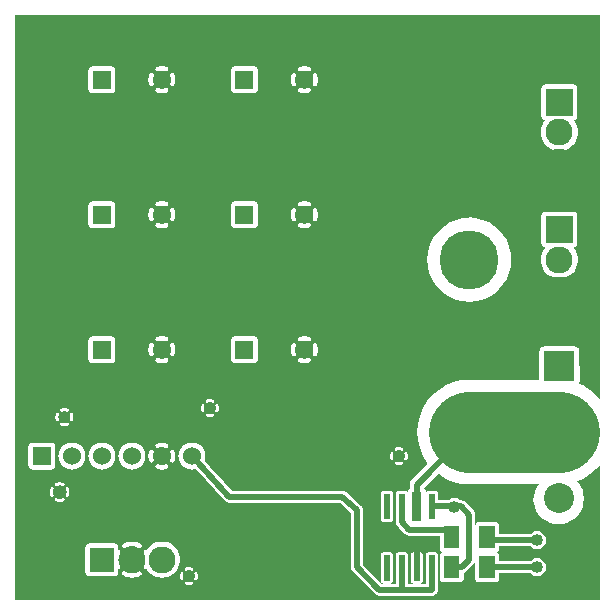
<source format=gbr>
G04 start of page 2 for group 0 idx 1 *
G04 Title: Motor regeling, signalt *
G04 Creator: pcb 20110918 *
G04 CreationDate: Wed 01 Jan 2014 11:15:16 PM GMT UTC *
G04 For: thba *
G04 Format: Gerber/RS-274X *
G04 PCB-Dimensions: 197000 197000 *
G04 PCB-Coordinate-Origin: lower left *
%MOIN*%
%FSLAX25Y25*%
%LNTOP*%
%ADD27C,0.0380*%
%ADD26C,0.0300*%
%ADD25C,0.1181*%
%ADD24C,0.1968*%
%ADD23C,0.0450*%
%ADD22C,0.1419*%
%ADD21C,0.0400*%
%ADD20R,0.0300X0.0300*%
%ADD19R,0.0200X0.0200*%
%ADD18R,0.0512X0.0512*%
%ADD17C,0.0600*%
%ADD16C,0.1000*%
%ADD15C,0.0900*%
%ADD14C,0.2687*%
%ADD13C,0.0200*%
%ADD12C,0.0787*%
%ADD11C,0.0001*%
G54D11*G36*
X182490Y196000D02*X196000D01*
Y67945D01*
X194823Y69323D01*
X192744Y71099D01*
X190412Y72528D01*
X189009Y73109D01*
X189019Y73126D01*
X189122Y73373D01*
X189184Y73633D01*
X189200Y73900D01*
X189184Y84167D01*
X189122Y84427D01*
X189019Y84674D01*
X188880Y84902D01*
X188706Y85106D01*
X188502Y85280D01*
X188274Y85419D01*
X188027Y85522D01*
X187767Y85584D01*
X187500Y85600D01*
X182490Y85592D01*
Y108282D01*
X182500Y108281D01*
X183473Y108357D01*
X184422Y108585D01*
X185323Y108959D01*
X186156Y109469D01*
X186898Y110102D01*
X187531Y110844D01*
X188041Y111677D01*
X188415Y112578D01*
X188643Y113527D01*
X188700Y114500D01*
X188643Y115473D01*
X188415Y116422D01*
X188041Y117323D01*
X187531Y118156D01*
X187225Y118514D01*
X187235Y118514D01*
X187465Y118569D01*
X187683Y118659D01*
X187884Y118783D01*
X188064Y118936D01*
X188217Y119116D01*
X188341Y119317D01*
X188431Y119535D01*
X188486Y119765D01*
X188500Y120000D01*
X188486Y129235D01*
X188431Y129465D01*
X188341Y129683D01*
X188217Y129884D01*
X188064Y130064D01*
X187884Y130217D01*
X187683Y130341D01*
X187465Y130431D01*
X187235Y130486D01*
X187000Y130500D01*
X182490Y130493D01*
Y150782D01*
X182500Y150781D01*
X183473Y150857D01*
X184422Y151085D01*
X185323Y151459D01*
X186156Y151969D01*
X186898Y152602D01*
X187531Y153344D01*
X188041Y154177D01*
X188415Y155078D01*
X188643Y156027D01*
X188700Y157000D01*
X188643Y157973D01*
X188415Y158922D01*
X188041Y159823D01*
X187531Y160656D01*
X187225Y161014D01*
X187235Y161014D01*
X187465Y161069D01*
X187683Y161159D01*
X187884Y161283D01*
X188064Y161436D01*
X188217Y161616D01*
X188341Y161817D01*
X188431Y162035D01*
X188486Y162265D01*
X188500Y162500D01*
X188486Y171735D01*
X188431Y171965D01*
X188341Y172183D01*
X188217Y172384D01*
X188064Y172564D01*
X187884Y172717D01*
X187683Y172841D01*
X187465Y172931D01*
X187235Y172986D01*
X187000Y173000D01*
X182490Y172993D01*
Y196000D01*
G37*
G36*
X152478D02*X182490D01*
Y172993D01*
X177765Y172986D01*
X177535Y172931D01*
X177317Y172841D01*
X177116Y172717D01*
X176936Y172564D01*
X176783Y172384D01*
X176659Y172183D01*
X176569Y171965D01*
X176514Y171735D01*
X176500Y171500D01*
X176514Y162265D01*
X176569Y162035D01*
X176659Y161817D01*
X176783Y161616D01*
X176936Y161436D01*
X177116Y161283D01*
X177317Y161159D01*
X177535Y161069D01*
X177765Y161014D01*
X177774Y161013D01*
X177469Y160656D01*
X176959Y159823D01*
X176585Y158922D01*
X176357Y157973D01*
X176281Y157000D01*
X176357Y156027D01*
X176585Y155078D01*
X176959Y154177D01*
X177469Y153344D01*
X178102Y152602D01*
X178844Y151969D01*
X179677Y151459D01*
X180578Y151085D01*
X181527Y150857D01*
X182490Y150782D01*
Y130493D01*
X177765Y130486D01*
X177535Y130431D01*
X177317Y130341D01*
X177116Y130217D01*
X176936Y130064D01*
X176783Y129884D01*
X176659Y129683D01*
X176569Y129465D01*
X176514Y129235D01*
X176500Y129000D01*
X176514Y119765D01*
X176569Y119535D01*
X176659Y119317D01*
X176783Y119116D01*
X176936Y118936D01*
X177116Y118783D01*
X177317Y118659D01*
X177535Y118569D01*
X177765Y118514D01*
X177774Y118513D01*
X177469Y118156D01*
X176959Y117323D01*
X176585Y116422D01*
X176357Y115473D01*
X176281Y114500D01*
X176357Y113527D01*
X176585Y112578D01*
X176959Y111677D01*
X177469Y110844D01*
X178102Y110102D01*
X178844Y109469D01*
X179677Y108959D01*
X180578Y108585D01*
X181527Y108357D01*
X182490Y108282D01*
Y85592D01*
X177233Y85584D01*
X176973Y85522D01*
X176726Y85419D01*
X176498Y85280D01*
X176294Y85106D01*
X176120Y84902D01*
X175981Y84674D01*
X175878Y84427D01*
X175816Y84167D01*
X175800Y83900D01*
X175815Y74374D01*
X152500D01*
X152478Y74373D01*
Y100479D01*
X152500Y100477D01*
X154694Y100650D01*
X156833Y101164D01*
X158866Y102006D01*
X160742Y103155D01*
X162415Y104585D01*
X163845Y106258D01*
X164994Y108134D01*
X165836Y110167D01*
X166350Y112306D01*
X166480Y114500D01*
X166350Y116694D01*
X165836Y118833D01*
X164994Y120866D01*
X163845Y122742D01*
X162415Y124415D01*
X160742Y125845D01*
X158866Y126994D01*
X156833Y127836D01*
X154694Y128350D01*
X152500Y128523D01*
X152478Y128521D01*
Y196000D01*
G37*
G36*
X154449Y14050D02*X154459Y8040D01*
X154510Y7826D01*
X154595Y7622D01*
X154710Y7435D01*
X154853Y7267D01*
X155021Y7124D01*
X155208Y7009D01*
X155412Y6924D01*
X155626Y6873D01*
X155846Y6860D01*
X161184Y6873D01*
X161398Y6924D01*
X161602Y7009D01*
X161789Y7124D01*
X161957Y7267D01*
X162100Y7435D01*
X162215Y7622D01*
X162300Y7826D01*
X162351Y8040D01*
X162364Y8260D01*
X162361Y10000D01*
X172763D01*
X172872Y9872D01*
X173231Y9565D01*
X173634Y9319D01*
X174070Y9138D01*
X174529Y9028D01*
X175000Y8991D01*
X175471Y9028D01*
X175930Y9138D01*
X176366Y9319D01*
X176769Y9565D01*
X177128Y9872D01*
X177435Y10231D01*
X177681Y10634D01*
X177862Y11070D01*
X177972Y11529D01*
X178000Y12000D01*
X177972Y12471D01*
X177862Y12930D01*
X177681Y13366D01*
X177435Y13769D01*
X177128Y14128D01*
X176769Y14435D01*
X176366Y14681D01*
X175930Y14862D01*
X175471Y14972D01*
X175000Y15009D01*
X174529Y14972D01*
X174070Y14862D01*
X173634Y14681D01*
X173231Y14435D01*
X172872Y14128D01*
X172763Y14000D01*
X162354D01*
X162351Y15960D01*
X162300Y16174D01*
X162215Y16378D01*
X162100Y16565D01*
X161957Y16733D01*
X161789Y16876D01*
X161602Y16991D01*
X161580Y17000D01*
X161602Y17009D01*
X161789Y17124D01*
X161957Y17267D01*
X162100Y17435D01*
X162215Y17622D01*
X162300Y17826D01*
X162351Y18040D01*
X162364Y18260D01*
X162363Y19000D01*
X172763D01*
X172872Y18872D01*
X173231Y18565D01*
X173634Y18319D01*
X174070Y18138D01*
X174529Y18028D01*
X175000Y17991D01*
X175471Y18028D01*
X175930Y18138D01*
X176366Y18319D01*
X176769Y18565D01*
X177128Y18872D01*
X177435Y19231D01*
X177681Y19634D01*
X177862Y20070D01*
X177972Y20529D01*
X178000Y21000D01*
X177972Y21471D01*
X177862Y21930D01*
X177681Y22366D01*
X177435Y22769D01*
X177128Y23128D01*
X176769Y23435D01*
X176366Y23681D01*
X175930Y23862D01*
X175471Y23972D01*
X175000Y24009D01*
X174529Y23972D01*
X174070Y23862D01*
X173634Y23681D01*
X173231Y23435D01*
X172872Y23128D01*
X172763Y23000D01*
X162356D01*
X162351Y25960D01*
X162300Y26174D01*
X162215Y26378D01*
X162100Y26565D01*
X161957Y26733D01*
X161789Y26876D01*
X161602Y26991D01*
X161398Y27076D01*
X161184Y27127D01*
X160964Y27140D01*
X155626Y27127D01*
X155412Y27076D01*
X155208Y26991D01*
X155021Y26876D01*
X154853Y26733D01*
X154710Y26565D01*
X154595Y26378D01*
X154510Y26174D01*
X154500Y26131D01*
Y29422D01*
X154506Y29500D01*
X154481Y29814D01*
X154408Y30120D01*
X154288Y30411D01*
X154123Y30679D01*
X154123Y30679D01*
X153919Y30919D01*
X153859Y30970D01*
X152478Y32350D01*
Y39627D01*
X152500Y39626D01*
X175673D01*
X175348Y39260D01*
X174684Y38177D01*
X174197Y37003D01*
X173901Y35767D01*
X173801Y34500D01*
X173901Y33233D01*
X174197Y31997D01*
X174684Y30823D01*
X175348Y29740D01*
X176173Y28773D01*
X177140Y27948D01*
X178223Y27284D01*
X179397Y26797D01*
X180633Y26501D01*
X181900Y26401D01*
X182200Y26425D01*
X182500Y26401D01*
X183767Y26501D01*
X185003Y26797D01*
X186177Y27284D01*
X187260Y27948D01*
X188227Y28773D01*
X189052Y29740D01*
X189716Y30823D01*
X190203Y31997D01*
X190499Y33233D01*
X190574Y34500D01*
Y34784D01*
X190599Y35100D01*
X190499Y36367D01*
X190203Y37603D01*
X189716Y38777D01*
X189052Y39860D01*
X188391Y40635D01*
X190412Y41472D01*
X192744Y42901D01*
X194823Y44677D01*
X196000Y46055D01*
Y1000D01*
X152478D01*
Y11650D01*
X153859Y13030D01*
X153919Y13081D01*
X154123Y13321D01*
X154123Y13321D01*
X154288Y13589D01*
X154408Y13880D01*
X154449Y14050D01*
G37*
G36*
X131409Y196000D02*X152478D01*
Y128521D01*
X150306Y128350D01*
X148167Y127836D01*
X146134Y126994D01*
X144258Y125845D01*
X142585Y124415D01*
X141155Y122742D01*
X140006Y120866D01*
X139164Y118833D01*
X138650Y116694D01*
X138477Y114500D01*
X138650Y112306D01*
X139164Y110167D01*
X140006Y108134D01*
X141155Y106258D01*
X142585Y104585D01*
X144258Y103155D01*
X146134Y102006D01*
X148167Y101164D01*
X150306Y100650D01*
X152478Y100479D01*
Y74373D01*
X149774Y74213D01*
X147115Y73575D01*
X144588Y72528D01*
X142256Y71099D01*
X140177Y69323D01*
X138401Y67244D01*
X136972Y64912D01*
X135925Y62385D01*
X135287Y59726D01*
X135072Y57000D01*
X135287Y54274D01*
X135925Y51615D01*
X136972Y49088D01*
X138401Y46756D01*
X138613Y46507D01*
X133369Y41264D01*
X133298Y41202D01*
X133052Y40915D01*
X132855Y40593D01*
X132710Y40244D01*
X132622Y39877D01*
X132622Y39876D01*
X132593Y39500D01*
X132600Y39406D01*
Y38325D01*
X132557Y38298D01*
X132365Y38135D01*
X132202Y37943D01*
X132070Y37729D01*
X131974Y37496D01*
X131915Y37251D01*
X131900Y37000D01*
X131900Y36940D01*
X131894Y36955D01*
X131812Y37090D01*
X131709Y37209D01*
X131590Y37312D01*
X131455Y37394D01*
X131409Y37413D01*
Y47569D01*
X131437Y47573D01*
X131512Y47598D01*
X131582Y47634D01*
X131645Y47681D01*
X131700Y47737D01*
X131746Y47801D01*
X131780Y47872D01*
X131879Y48144D01*
X131948Y48425D01*
X131990Y48711D01*
X132003Y49000D01*
X131990Y49289D01*
X131948Y49575D01*
X131879Y49856D01*
X131783Y50129D01*
X131748Y50200D01*
X131702Y50264D01*
X131647Y50321D01*
X131583Y50368D01*
X131513Y50404D01*
X131438Y50429D01*
X131409Y50434D01*
Y196000D01*
G37*
G36*
X129001D02*X131409D01*
Y50434D01*
X131360Y50442D01*
X131281Y50442D01*
X131203Y50431D01*
X131127Y50407D01*
X131056Y50371D01*
X130992Y50325D01*
X130936Y50270D01*
X130889Y50206D01*
X130853Y50136D01*
X130828Y50061D01*
X130815Y49983D01*
X130814Y49904D01*
X130826Y49826D01*
X130851Y49751D01*
X130917Y49570D01*
X130963Y49383D01*
X130991Y49192D01*
X131000Y49000D01*
X130991Y48808D01*
X130963Y48617D01*
X130917Y48430D01*
X130853Y48248D01*
X130828Y48174D01*
X130816Y48096D01*
X130817Y48017D01*
X130830Y47940D01*
X130855Y47865D01*
X130891Y47795D01*
X130938Y47732D01*
X130994Y47676D01*
X131058Y47631D01*
X131128Y47595D01*
X131203Y47572D01*
X131281Y47560D01*
X131360Y47560D01*
X131409Y47569D01*
Y37413D01*
X131310Y37454D01*
X131157Y37491D01*
X131000Y37500D01*
X129001Y37491D01*
Y45997D01*
X129289Y46010D01*
X129575Y46052D01*
X129856Y46121D01*
X130129Y46217D01*
X130200Y46252D01*
X130264Y46298D01*
X130321Y46353D01*
X130368Y46417D01*
X130404Y46487D01*
X130429Y46562D01*
X130442Y46640D01*
X130442Y46719D01*
X130431Y46797D01*
X130407Y46873D01*
X130371Y46944D01*
X130325Y47008D01*
X130270Y47064D01*
X130206Y47111D01*
X130136Y47147D01*
X130061Y47172D01*
X129983Y47185D01*
X129904Y47186D01*
X129826Y47174D01*
X129751Y47149D01*
X129570Y47083D01*
X129383Y47037D01*
X129192Y47009D01*
X129001Y47000D01*
Y51000D01*
X129192Y50991D01*
X129383Y50963D01*
X129570Y50917D01*
X129752Y50853D01*
X129826Y50828D01*
X129904Y50816D01*
X129983Y50817D01*
X130060Y50830D01*
X130135Y50855D01*
X130205Y50891D01*
X130268Y50938D01*
X130324Y50994D01*
X130369Y51058D01*
X130405Y51128D01*
X130428Y51203D01*
X130440Y51281D01*
X130440Y51360D01*
X130427Y51437D01*
X130402Y51512D01*
X130366Y51582D01*
X130319Y51645D01*
X130263Y51700D01*
X130199Y51746D01*
X130128Y51780D01*
X129856Y51879D01*
X129575Y51948D01*
X129289Y51990D01*
X129001Y52003D01*
Y196000D01*
G37*
G36*
X152478Y1000D02*X129001D01*
Y2500D01*
X129922D01*
X130000Y2494D01*
X130078Y2500D01*
X139922D01*
X140000Y2494D01*
X140314Y2519D01*
X140620Y2592D01*
X140911Y2712D01*
X141179Y2877D01*
X141419Y3081D01*
X141623Y3321D01*
X141788Y3589D01*
X141908Y3880D01*
X141981Y4186D01*
X142006Y4500D01*
X142000Y4578D01*
Y11750D01*
X141995Y11828D01*
X141991Y16157D01*
X141954Y16310D01*
X141894Y16455D01*
X141812Y16590D01*
X141709Y16709D01*
X141590Y16812D01*
X141455Y16894D01*
X141310Y16954D01*
X141157Y16991D01*
X141000Y17000D01*
X138843Y16991D01*
X138690Y16954D01*
X138545Y16894D01*
X138410Y16812D01*
X138291Y16709D01*
X138188Y16590D01*
X138106Y16455D01*
X138046Y16310D01*
X138009Y16157D01*
X138000Y16000D01*
X138004Y11826D01*
X138000Y11750D01*
Y6500D01*
X134000D01*
X136157Y6509D01*
X136310Y6546D01*
X136455Y6606D01*
X136590Y6688D01*
X136709Y6791D01*
X136812Y6910D01*
X136894Y7045D01*
X136954Y7190D01*
X136991Y7343D01*
X137000Y7500D01*
X136991Y16157D01*
X136954Y16310D01*
X136894Y16455D01*
X136812Y16590D01*
X136709Y16709D01*
X136590Y16812D01*
X136455Y16894D01*
X136310Y16954D01*
X136157Y16991D01*
X136000Y17000D01*
X133843Y16991D01*
X133690Y16954D01*
X133545Y16894D01*
X133410Y16812D01*
X133291Y16709D01*
X133188Y16590D01*
X133106Y16455D01*
X133046Y16310D01*
X133009Y16157D01*
X133000Y16000D01*
X133009Y7343D01*
X133046Y7190D01*
X133106Y7045D01*
X133188Y6910D01*
X133291Y6791D01*
X133410Y6688D01*
X133545Y6606D01*
X133690Y6546D01*
X133843Y6509D01*
X134000Y6500D01*
X132000D01*
Y11750D01*
X131995Y11828D01*
X131991Y16157D01*
X131954Y16310D01*
X131894Y16455D01*
X131812Y16590D01*
X131709Y16709D01*
X131590Y16812D01*
X131455Y16894D01*
X131310Y16954D01*
X131157Y16991D01*
X131000Y17000D01*
X129001Y16991D01*
Y25170D01*
X131030Y23141D01*
X131081Y23081D01*
X131321Y22877D01*
X131321Y22877D01*
X131589Y22712D01*
X131795Y22627D01*
X131880Y22592D01*
X131954Y22574D01*
X132186Y22519D01*
X132500Y22494D01*
X132578Y22500D01*
X142641D01*
X142649Y18040D01*
X142700Y17826D01*
X142785Y17622D01*
X142900Y17435D01*
X143043Y17267D01*
X143211Y17124D01*
X143398Y17009D01*
X143420Y17000D01*
X143398Y16991D01*
X143211Y16876D01*
X143043Y16733D01*
X142900Y16565D01*
X142785Y16378D01*
X142700Y16174D01*
X142649Y15960D01*
X142636Y15740D01*
X142649Y8040D01*
X142700Y7826D01*
X142785Y7622D01*
X142900Y7435D01*
X143043Y7267D01*
X143211Y7124D01*
X143398Y7009D01*
X143602Y6924D01*
X143816Y6873D01*
X144036Y6860D01*
X149374Y6873D01*
X149588Y6924D01*
X149792Y7009D01*
X149979Y7124D01*
X150147Y7267D01*
X150290Y7435D01*
X150405Y7622D01*
X150490Y7826D01*
X150541Y8040D01*
X150554Y8260D01*
X150551Y10075D01*
X150620Y10092D01*
X150911Y10212D01*
X151179Y10377D01*
X151419Y10581D01*
X151470Y10641D01*
X152478Y11650D01*
Y1000D01*
G37*
G36*
X129001Y16991D02*X128843Y16991D01*
X128690Y16954D01*
X128545Y16894D01*
X128410Y16812D01*
X128291Y16709D01*
X128188Y16590D01*
X128106Y16455D01*
X128046Y16310D01*
X128009Y16157D01*
X128000Y16000D01*
X128004Y11826D01*
X128000Y11750D01*
Y6500D01*
X126591D01*
Y6690D01*
X126709Y6791D01*
X126812Y6910D01*
X126894Y7045D01*
X126954Y7190D01*
X126991Y7343D01*
X127000Y7500D01*
X126991Y16157D01*
X126954Y16310D01*
X126894Y16455D01*
X126812Y16590D01*
X126709Y16709D01*
X126591Y16810D01*
Y27190D01*
X126709Y27291D01*
X126812Y27410D01*
X126894Y27545D01*
X126954Y27690D01*
X126991Y27843D01*
X127000Y28000D01*
X126991Y36657D01*
X126954Y36810D01*
X126894Y36955D01*
X126812Y37090D01*
X126709Y37209D01*
X126591Y37310D01*
Y47566D01*
X126640Y47558D01*
X126719Y47558D01*
X126797Y47569D01*
X126873Y47593D01*
X126944Y47629D01*
X127008Y47675D01*
X127064Y47730D01*
X127111Y47794D01*
X127147Y47864D01*
X127172Y47939D01*
X127185Y48017D01*
X127186Y48096D01*
X127174Y48174D01*
X127149Y48249D01*
X127083Y48430D01*
X127037Y48617D01*
X127009Y48808D01*
X127000Y49000D01*
X127009Y49192D01*
X127037Y49383D01*
X127083Y49570D01*
X127147Y49752D01*
X127172Y49826D01*
X127184Y49904D01*
X127183Y49983D01*
X127170Y50060D01*
X127145Y50135D01*
X127109Y50205D01*
X127062Y50268D01*
X127006Y50324D01*
X126942Y50369D01*
X126872Y50405D01*
X126797Y50428D01*
X126719Y50440D01*
X126640Y50440D01*
X126591Y50431D01*
Y196000D01*
X129001D01*
Y52003D01*
X129000Y52003D01*
X128711Y51990D01*
X128425Y51948D01*
X128144Y51879D01*
X127871Y51783D01*
X127800Y51748D01*
X127736Y51702D01*
X127679Y51647D01*
X127632Y51583D01*
X127596Y51513D01*
X127571Y51438D01*
X127558Y51360D01*
X127558Y51281D01*
X127569Y51203D01*
X127593Y51127D01*
X127629Y51056D01*
X127675Y50992D01*
X127730Y50936D01*
X127794Y50889D01*
X127864Y50853D01*
X127939Y50828D01*
X128017Y50815D01*
X128096Y50814D01*
X128174Y50826D01*
X128249Y50851D01*
X128430Y50917D01*
X128617Y50963D01*
X128808Y50991D01*
X129000Y51000D01*
X129001Y51000D01*
Y47000D01*
X129000Y47000D01*
X128808Y47009D01*
X128617Y47037D01*
X128430Y47083D01*
X128248Y47147D01*
X128174Y47172D01*
X128096Y47184D01*
X128017Y47183D01*
X127940Y47170D01*
X127865Y47145D01*
X127795Y47109D01*
X127732Y47062D01*
X127676Y47006D01*
X127631Y46942D01*
X127595Y46872D01*
X127572Y46797D01*
X127560Y46719D01*
X127560Y46640D01*
X127573Y46563D01*
X127598Y46488D01*
X127634Y46418D01*
X127681Y46355D01*
X127737Y46300D01*
X127801Y46254D01*
X127872Y46220D01*
X128144Y46121D01*
X128425Y46052D01*
X128711Y46010D01*
X129000Y45997D01*
X129001Y45997D01*
Y37491D01*
X128843Y37491D01*
X128690Y37454D01*
X128545Y37394D01*
X128410Y37312D01*
X128291Y37209D01*
X128188Y37090D01*
X128106Y36955D01*
X128046Y36810D01*
X128009Y36657D01*
X128000Y36500D01*
X128004Y32326D01*
X128000Y32250D01*
Y27078D01*
X127994Y27000D01*
X128019Y26686D01*
X128074Y26454D01*
X128092Y26380D01*
X128127Y26295D01*
X128212Y26089D01*
X128377Y25821D01*
X128377Y25821D01*
X128581Y25581D01*
X128641Y25530D01*
X129001Y25170D01*
Y16991D01*
G37*
G36*
X126591Y37310D02*X126590Y37312D01*
X126455Y37394D01*
X126310Y37454D01*
X126157Y37491D01*
X126000Y37500D01*
X125000Y37496D01*
Y196000D01*
X126591D01*
Y50431D01*
X126563Y50427D01*
X126488Y50402D01*
X126418Y50366D01*
X126355Y50319D01*
X126300Y50263D01*
X126254Y50199D01*
X126220Y50128D01*
X126121Y49856D01*
X126052Y49575D01*
X126010Y49289D01*
X125997Y49000D01*
X126010Y48711D01*
X126052Y48425D01*
X126121Y48144D01*
X126217Y47871D01*
X126252Y47800D01*
X126298Y47736D01*
X126353Y47679D01*
X126417Y47632D01*
X126487Y47596D01*
X126562Y47571D01*
X126591Y47566D01*
Y37310D01*
G37*
G36*
Y16810D02*X126590Y16812D01*
X126455Y16894D01*
X126310Y16954D01*
X126157Y16991D01*
X126000Y17000D01*
X125000Y16996D01*
Y27004D01*
X126157Y27009D01*
X126310Y27046D01*
X126455Y27106D01*
X126590Y27188D01*
X126591Y27190D01*
Y16810D01*
G37*
G36*
Y6500D02*X125000D01*
Y6504D01*
X126157Y6509D01*
X126310Y6546D01*
X126455Y6606D01*
X126590Y6688D01*
X126591Y6690D01*
Y6500D01*
G37*
G36*
X129001Y1000D02*X125000D01*
Y2500D01*
X129001D01*
Y1000D01*
G37*
G36*
X152478Y32350D02*X151220Y33609D01*
X151169Y33669D01*
X150929Y33873D01*
X150929Y33873D01*
X150661Y34038D01*
X150370Y34158D01*
X150064Y34231D01*
X149750Y34256D01*
X149672Y34250D01*
X149485D01*
X149269Y34435D01*
X148866Y34681D01*
X148430Y34862D01*
X147971Y34972D01*
X147500Y35009D01*
X147029Y34972D01*
X146570Y34862D01*
X146134Y34681D01*
X145731Y34435D01*
X145515Y34250D01*
X141993D01*
X141991Y36657D01*
X141954Y36810D01*
X141894Y36955D01*
X141812Y37090D01*
X141709Y37209D01*
X141590Y37312D01*
X141455Y37394D01*
X141310Y37454D01*
X141157Y37491D01*
X141000Y37500D01*
X138843Y37491D01*
X138690Y37454D01*
X138545Y37394D01*
X138410Y37312D01*
X138291Y37209D01*
X138188Y37090D01*
X138106Y36955D01*
X138086Y36906D01*
X138085Y37251D01*
X138026Y37496D01*
X137930Y37729D01*
X137798Y37943D01*
X137635Y38135D01*
X137443Y38298D01*
X137400Y38325D01*
Y38506D01*
X142007Y43113D01*
X142256Y42901D01*
X144588Y41472D01*
X147115Y40425D01*
X149774Y39787D01*
X152478Y39627D01*
Y32350D01*
G37*
G36*
X125000Y6500D02*X124000D01*
X125000Y6504D01*
Y6500D01*
G37*
G36*
X101113Y196000D02*X125000D01*
Y37496D01*
X123843Y37491D01*
X123690Y37454D01*
X123545Y37394D01*
X123410Y37312D01*
X123291Y37209D01*
X123188Y37090D01*
X123106Y36955D01*
X123046Y36810D01*
X123009Y36657D01*
X123000Y36500D01*
X123009Y27843D01*
X123046Y27690D01*
X123106Y27545D01*
X123188Y27410D01*
X123291Y27291D01*
X123410Y27188D01*
X123545Y27106D01*
X123690Y27046D01*
X123843Y27009D01*
X124000Y27000D01*
X125000Y27004D01*
Y16996D01*
X123843Y16991D01*
X123690Y16954D01*
X123545Y16894D01*
X123410Y16812D01*
X123291Y16709D01*
X123188Y16590D01*
X123106Y16455D01*
X123046Y16310D01*
X123009Y16157D01*
X123000Y16000D01*
X123009Y7343D01*
X123046Y7190D01*
X123106Y7045D01*
X123188Y6910D01*
X123291Y6791D01*
X123410Y6688D01*
X123545Y6606D01*
X123690Y6546D01*
X123843Y6509D01*
X124000Y6500D01*
X123328D01*
X117000Y12828D01*
Y30975D01*
X117003Y31105D01*
X116986Y31238D01*
X116981Y31314D01*
X116969Y31365D01*
X116962Y31418D01*
X116932Y31518D01*
X116908Y31620D01*
X116888Y31669D01*
X116873Y31719D01*
X116828Y31814D01*
X116788Y31911D01*
X116760Y31956D01*
X116737Y32003D01*
X116678Y32090D01*
X116623Y32179D01*
X116589Y32219D01*
X116559Y32263D01*
X116505Y32317D01*
X116419Y32419D01*
X116319Y32503D01*
X111435Y36899D01*
X111419Y36919D01*
X111179Y37123D01*
X111127Y37155D01*
X111092Y37183D01*
X111000Y37233D01*
X110911Y37288D01*
X110862Y37308D01*
X110816Y37333D01*
X110717Y37368D01*
X110620Y37408D01*
X110569Y37420D01*
X110519Y37438D01*
X110416Y37457D01*
X110314Y37481D01*
X110269Y37484D01*
X110209Y37495D01*
X109895Y37503D01*
X109869Y37500D01*
X101113D01*
Y82353D01*
X101156Y82360D01*
X101268Y82397D01*
X101373Y82452D01*
X101468Y82522D01*
X101551Y82606D01*
X101619Y82702D01*
X101670Y82808D01*
X101818Y83216D01*
X101922Y83637D01*
X101984Y84067D01*
X102005Y84500D01*
X101984Y84933D01*
X101922Y85363D01*
X101818Y85784D01*
X101675Y86194D01*
X101622Y86300D01*
X101553Y86396D01*
X101470Y86481D01*
X101375Y86551D01*
X101269Y86606D01*
X101157Y86643D01*
X101113Y86651D01*
Y127353D01*
X101156Y127360D01*
X101268Y127397D01*
X101373Y127452D01*
X101468Y127522D01*
X101551Y127606D01*
X101619Y127702D01*
X101670Y127808D01*
X101818Y128216D01*
X101922Y128637D01*
X101984Y129067D01*
X102005Y129500D01*
X101984Y129933D01*
X101922Y130363D01*
X101818Y130784D01*
X101675Y131194D01*
X101622Y131300D01*
X101553Y131396D01*
X101470Y131481D01*
X101375Y131551D01*
X101269Y131606D01*
X101157Y131643D01*
X101113Y131651D01*
Y172353D01*
X101156Y172360D01*
X101268Y172397D01*
X101373Y172452D01*
X101468Y172522D01*
X101551Y172606D01*
X101619Y172702D01*
X101670Y172808D01*
X101818Y173216D01*
X101922Y173637D01*
X101984Y174067D01*
X102005Y174500D01*
X101984Y174933D01*
X101922Y175363D01*
X101818Y175784D01*
X101675Y176194D01*
X101622Y176300D01*
X101553Y176396D01*
X101470Y176481D01*
X101375Y176551D01*
X101269Y176606D01*
X101157Y176643D01*
X101113Y176651D01*
Y196000D01*
G37*
G36*
X97502D02*X101113D01*
Y176651D01*
X101040Y176663D01*
X100921Y176664D01*
X100804Y176646D01*
X100691Y176610D01*
X100585Y176557D01*
X100488Y176488D01*
X100404Y176405D01*
X100333Y176309D01*
X100279Y176204D01*
X100241Y176092D01*
X100222Y175975D01*
X100221Y175856D01*
X100239Y175739D01*
X100277Y175626D01*
X100376Y175355D01*
X100444Y175075D01*
X100486Y174789D01*
X100500Y174500D01*
X100486Y174211D01*
X100444Y173925D01*
X100376Y173645D01*
X100280Y173372D01*
X100242Y173261D01*
X100225Y173144D01*
X100225Y173026D01*
X100245Y172909D01*
X100282Y172797D01*
X100336Y172693D01*
X100406Y172598D01*
X100491Y172515D01*
X100587Y172446D01*
X100692Y172393D01*
X100805Y172357D01*
X100921Y172340D01*
X101039Y172341D01*
X101113Y172353D01*
Y131651D01*
X101040Y131663D01*
X100921Y131664D01*
X100804Y131646D01*
X100691Y131610D01*
X100585Y131557D01*
X100488Y131488D01*
X100404Y131405D01*
X100333Y131309D01*
X100279Y131204D01*
X100241Y131092D01*
X100222Y130975D01*
X100221Y130856D01*
X100239Y130739D01*
X100277Y130626D01*
X100376Y130355D01*
X100444Y130075D01*
X100486Y129789D01*
X100500Y129500D01*
X100486Y129211D01*
X100444Y128925D01*
X100376Y128645D01*
X100280Y128372D01*
X100242Y128261D01*
X100225Y128144D01*
X100225Y128026D01*
X100245Y127909D01*
X100282Y127797D01*
X100336Y127693D01*
X100406Y127598D01*
X100491Y127515D01*
X100587Y127446D01*
X100692Y127393D01*
X100805Y127357D01*
X100921Y127340D01*
X101039Y127341D01*
X101113Y127353D01*
Y86651D01*
X101040Y86663D01*
X100921Y86664D01*
X100804Y86646D01*
X100691Y86610D01*
X100585Y86557D01*
X100488Y86488D01*
X100404Y86405D01*
X100333Y86309D01*
X100279Y86204D01*
X100241Y86092D01*
X100222Y85975D01*
X100221Y85856D01*
X100239Y85739D01*
X100277Y85626D01*
X100376Y85355D01*
X100444Y85075D01*
X100486Y84789D01*
X100500Y84500D01*
X100486Y84211D01*
X100444Y83925D01*
X100376Y83645D01*
X100280Y83372D01*
X100242Y83261D01*
X100225Y83144D01*
X100225Y83026D01*
X100245Y82909D01*
X100282Y82797D01*
X100336Y82693D01*
X100406Y82598D01*
X100491Y82515D01*
X100587Y82446D01*
X100692Y82393D01*
X100805Y82357D01*
X100921Y82340D01*
X101039Y82341D01*
X101113Y82353D01*
Y37500D01*
X97502D01*
Y79995D01*
X97933Y80016D01*
X98363Y80078D01*
X98784Y80182D01*
X99194Y80325D01*
X99300Y80378D01*
X99396Y80447D01*
X99481Y80530D01*
X99551Y80625D01*
X99606Y80731D01*
X99643Y80843D01*
X99663Y80960D01*
X99664Y81079D01*
X99646Y81196D01*
X99610Y81309D01*
X99557Y81415D01*
X99488Y81512D01*
X99405Y81596D01*
X99309Y81667D01*
X99204Y81721D01*
X99092Y81759D01*
X98975Y81778D01*
X98856Y81779D01*
X98739Y81761D01*
X98626Y81723D01*
X98355Y81624D01*
X98075Y81556D01*
X97789Y81514D01*
X97502Y81500D01*
Y87500D01*
X97789Y87486D01*
X98075Y87444D01*
X98355Y87376D01*
X98628Y87280D01*
X98739Y87242D01*
X98856Y87225D01*
X98974Y87225D01*
X99091Y87245D01*
X99203Y87282D01*
X99307Y87336D01*
X99402Y87406D01*
X99485Y87491D01*
X99554Y87587D01*
X99607Y87692D01*
X99643Y87805D01*
X99660Y87921D01*
X99659Y88039D01*
X99640Y88156D01*
X99603Y88268D01*
X99548Y88373D01*
X99478Y88468D01*
X99394Y88551D01*
X99298Y88619D01*
X99192Y88670D01*
X98784Y88818D01*
X98363Y88922D01*
X97933Y88984D01*
X97502Y89005D01*
Y124995D01*
X97933Y125016D01*
X98363Y125078D01*
X98784Y125182D01*
X99194Y125325D01*
X99300Y125378D01*
X99396Y125447D01*
X99481Y125530D01*
X99551Y125625D01*
X99606Y125731D01*
X99643Y125843D01*
X99663Y125960D01*
X99664Y126079D01*
X99646Y126196D01*
X99610Y126309D01*
X99557Y126415D01*
X99488Y126512D01*
X99405Y126596D01*
X99309Y126667D01*
X99204Y126721D01*
X99092Y126759D01*
X98975Y126778D01*
X98856Y126779D01*
X98739Y126761D01*
X98626Y126723D01*
X98355Y126624D01*
X98075Y126556D01*
X97789Y126514D01*
X97502Y126500D01*
Y132500D01*
X97789Y132486D01*
X98075Y132444D01*
X98355Y132376D01*
X98628Y132280D01*
X98739Y132242D01*
X98856Y132225D01*
X98974Y132225D01*
X99091Y132245D01*
X99203Y132282D01*
X99307Y132336D01*
X99402Y132406D01*
X99485Y132491D01*
X99554Y132587D01*
X99607Y132692D01*
X99643Y132805D01*
X99660Y132921D01*
X99659Y133039D01*
X99640Y133156D01*
X99603Y133268D01*
X99548Y133373D01*
X99478Y133468D01*
X99394Y133551D01*
X99298Y133619D01*
X99192Y133670D01*
X98784Y133818D01*
X98363Y133922D01*
X97933Y133984D01*
X97502Y134005D01*
Y169995D01*
X97933Y170016D01*
X98363Y170078D01*
X98784Y170182D01*
X99194Y170325D01*
X99300Y170378D01*
X99396Y170447D01*
X99481Y170530D01*
X99551Y170625D01*
X99606Y170731D01*
X99643Y170843D01*
X99663Y170960D01*
X99664Y171079D01*
X99646Y171196D01*
X99610Y171309D01*
X99557Y171415D01*
X99488Y171512D01*
X99405Y171596D01*
X99309Y171667D01*
X99204Y171721D01*
X99092Y171759D01*
X98975Y171778D01*
X98856Y171779D01*
X98739Y171761D01*
X98626Y171723D01*
X98355Y171624D01*
X98075Y171556D01*
X97789Y171514D01*
X97502Y171500D01*
Y177500D01*
X97789Y177486D01*
X98075Y177444D01*
X98355Y177376D01*
X98628Y177280D01*
X98739Y177242D01*
X98856Y177225D01*
X98974Y177225D01*
X99091Y177245D01*
X99203Y177282D01*
X99307Y177336D01*
X99402Y177406D01*
X99485Y177491D01*
X99554Y177587D01*
X99607Y177692D01*
X99643Y177805D01*
X99660Y177921D01*
X99659Y178039D01*
X99640Y178156D01*
X99603Y178268D01*
X99548Y178373D01*
X99478Y178468D01*
X99394Y178551D01*
X99298Y178619D01*
X99192Y178670D01*
X98784Y178818D01*
X98363Y178922D01*
X97933Y178984D01*
X97502Y179005D01*
Y196000D01*
G37*
G36*
X93887D02*X97502D01*
Y179005D01*
X97500Y179005D01*
X97067Y178984D01*
X96637Y178922D01*
X96216Y178818D01*
X95806Y178675D01*
X95700Y178622D01*
X95604Y178553D01*
X95519Y178470D01*
X95449Y178375D01*
X95394Y178269D01*
X95357Y178157D01*
X95337Y178040D01*
X95336Y177921D01*
X95354Y177804D01*
X95390Y177691D01*
X95443Y177585D01*
X95512Y177488D01*
X95595Y177404D01*
X95691Y177333D01*
X95796Y177279D01*
X95908Y177241D01*
X96025Y177222D01*
X96144Y177221D01*
X96261Y177239D01*
X96374Y177277D01*
X96645Y177376D01*
X96925Y177444D01*
X97211Y177486D01*
X97500Y177500D01*
X97502Y177500D01*
Y171500D01*
X97500Y171500D01*
X97211Y171514D01*
X96925Y171556D01*
X96645Y171624D01*
X96372Y171720D01*
X96261Y171758D01*
X96144Y171775D01*
X96026Y171775D01*
X95909Y171755D01*
X95797Y171718D01*
X95693Y171664D01*
X95598Y171594D01*
X95515Y171509D01*
X95446Y171413D01*
X95393Y171308D01*
X95357Y171195D01*
X95340Y171079D01*
X95341Y170961D01*
X95360Y170844D01*
X95397Y170732D01*
X95452Y170627D01*
X95522Y170532D01*
X95606Y170449D01*
X95702Y170381D01*
X95808Y170330D01*
X96216Y170182D01*
X96637Y170078D01*
X97067Y170016D01*
X97500Y169995D01*
X97502Y169995D01*
Y134005D01*
X97500Y134005D01*
X97067Y133984D01*
X96637Y133922D01*
X96216Y133818D01*
X95806Y133675D01*
X95700Y133622D01*
X95604Y133553D01*
X95519Y133470D01*
X95449Y133375D01*
X95394Y133269D01*
X95357Y133157D01*
X95337Y133040D01*
X95336Y132921D01*
X95354Y132804D01*
X95390Y132691D01*
X95443Y132585D01*
X95512Y132488D01*
X95595Y132404D01*
X95691Y132333D01*
X95796Y132279D01*
X95908Y132241D01*
X96025Y132222D01*
X96144Y132221D01*
X96261Y132239D01*
X96374Y132277D01*
X96645Y132376D01*
X96925Y132444D01*
X97211Y132486D01*
X97500Y132500D01*
X97502Y132500D01*
Y126500D01*
X97500Y126500D01*
X97211Y126514D01*
X96925Y126556D01*
X96645Y126624D01*
X96372Y126720D01*
X96261Y126758D01*
X96144Y126775D01*
X96026Y126775D01*
X95909Y126755D01*
X95797Y126718D01*
X95693Y126664D01*
X95598Y126594D01*
X95515Y126509D01*
X95446Y126413D01*
X95393Y126308D01*
X95357Y126195D01*
X95340Y126079D01*
X95341Y125961D01*
X95360Y125844D01*
X95397Y125732D01*
X95452Y125627D01*
X95522Y125532D01*
X95606Y125449D01*
X95702Y125381D01*
X95808Y125330D01*
X96216Y125182D01*
X96637Y125078D01*
X97067Y125016D01*
X97500Y124995D01*
X97502Y124995D01*
Y89005D01*
X97500Y89005D01*
X97067Y88984D01*
X96637Y88922D01*
X96216Y88818D01*
X95806Y88675D01*
X95700Y88622D01*
X95604Y88553D01*
X95519Y88470D01*
X95449Y88375D01*
X95394Y88269D01*
X95357Y88157D01*
X95337Y88040D01*
X95336Y87921D01*
X95354Y87804D01*
X95390Y87691D01*
X95443Y87585D01*
X95512Y87488D01*
X95595Y87404D01*
X95691Y87333D01*
X95796Y87279D01*
X95908Y87241D01*
X96025Y87222D01*
X96144Y87221D01*
X96261Y87239D01*
X96374Y87277D01*
X96645Y87376D01*
X96925Y87444D01*
X97211Y87486D01*
X97500Y87500D01*
X97502Y87500D01*
Y81500D01*
X97500Y81500D01*
X97211Y81514D01*
X96925Y81556D01*
X96645Y81624D01*
X96372Y81720D01*
X96261Y81758D01*
X96144Y81775D01*
X96026Y81775D01*
X95909Y81755D01*
X95797Y81718D01*
X95693Y81664D01*
X95598Y81594D01*
X95515Y81509D01*
X95446Y81413D01*
X95393Y81308D01*
X95357Y81195D01*
X95340Y81079D01*
X95341Y80961D01*
X95360Y80844D01*
X95397Y80732D01*
X95452Y80627D01*
X95522Y80532D01*
X95606Y80449D01*
X95702Y80381D01*
X95808Y80330D01*
X96216Y80182D01*
X96637Y80078D01*
X97067Y80016D01*
X97500Y79995D01*
X97502Y79995D01*
Y37500D01*
X93887D01*
Y82349D01*
X93960Y82337D01*
X94079Y82336D01*
X94196Y82354D01*
X94309Y82390D01*
X94415Y82443D01*
X94512Y82512D01*
X94596Y82595D01*
X94667Y82691D01*
X94721Y82796D01*
X94759Y82908D01*
X94778Y83025D01*
X94779Y83144D01*
X94761Y83261D01*
X94723Y83374D01*
X94624Y83645D01*
X94556Y83925D01*
X94514Y84211D01*
X94500Y84500D01*
X94514Y84789D01*
X94556Y85075D01*
X94624Y85355D01*
X94720Y85628D01*
X94758Y85739D01*
X94775Y85856D01*
X94775Y85974D01*
X94755Y86091D01*
X94718Y86203D01*
X94664Y86307D01*
X94594Y86402D01*
X94509Y86485D01*
X94413Y86554D01*
X94308Y86607D01*
X94195Y86643D01*
X94079Y86660D01*
X93961Y86659D01*
X93887Y86647D01*
Y127349D01*
X93960Y127337D01*
X94079Y127336D01*
X94196Y127354D01*
X94309Y127390D01*
X94415Y127443D01*
X94512Y127512D01*
X94596Y127595D01*
X94667Y127691D01*
X94721Y127796D01*
X94759Y127908D01*
X94778Y128025D01*
X94779Y128144D01*
X94761Y128261D01*
X94723Y128374D01*
X94624Y128645D01*
X94556Y128925D01*
X94514Y129211D01*
X94500Y129500D01*
X94514Y129789D01*
X94556Y130075D01*
X94624Y130355D01*
X94720Y130628D01*
X94758Y130739D01*
X94775Y130856D01*
X94775Y130974D01*
X94755Y131091D01*
X94718Y131203D01*
X94664Y131307D01*
X94594Y131402D01*
X94509Y131485D01*
X94413Y131554D01*
X94308Y131607D01*
X94195Y131643D01*
X94079Y131660D01*
X93961Y131659D01*
X93887Y131647D01*
Y172349D01*
X93960Y172337D01*
X94079Y172336D01*
X94196Y172354D01*
X94309Y172390D01*
X94415Y172443D01*
X94512Y172512D01*
X94596Y172595D01*
X94667Y172691D01*
X94721Y172796D01*
X94759Y172908D01*
X94778Y173025D01*
X94779Y173144D01*
X94761Y173261D01*
X94723Y173374D01*
X94624Y173645D01*
X94556Y173925D01*
X94514Y174211D01*
X94500Y174500D01*
X94514Y174789D01*
X94556Y175075D01*
X94624Y175355D01*
X94720Y175628D01*
X94758Y175739D01*
X94775Y175856D01*
X94775Y175974D01*
X94755Y176091D01*
X94718Y176203D01*
X94664Y176307D01*
X94594Y176402D01*
X94509Y176485D01*
X94413Y176554D01*
X94308Y176607D01*
X94195Y176643D01*
X94079Y176660D01*
X93961Y176659D01*
X93887Y176647D01*
Y196000D01*
G37*
G36*
X77500D02*X93887D01*
Y176647D01*
X93844Y176640D01*
X93732Y176603D01*
X93627Y176548D01*
X93532Y176478D01*
X93449Y176394D01*
X93381Y176298D01*
X93330Y176192D01*
X93182Y175784D01*
X93078Y175363D01*
X93016Y174933D01*
X92995Y174500D01*
X93016Y174067D01*
X93078Y173637D01*
X93182Y173216D01*
X93325Y172806D01*
X93378Y172700D01*
X93447Y172604D01*
X93530Y172519D01*
X93625Y172449D01*
X93731Y172394D01*
X93843Y172357D01*
X93887Y172349D01*
Y131647D01*
X93844Y131640D01*
X93732Y131603D01*
X93627Y131548D01*
X93532Y131478D01*
X93449Y131394D01*
X93381Y131298D01*
X93330Y131192D01*
X93182Y130784D01*
X93078Y130363D01*
X93016Y129933D01*
X92995Y129500D01*
X93016Y129067D01*
X93078Y128637D01*
X93182Y128216D01*
X93325Y127806D01*
X93378Y127700D01*
X93447Y127604D01*
X93530Y127519D01*
X93625Y127449D01*
X93731Y127394D01*
X93843Y127357D01*
X93887Y127349D01*
Y86647D01*
X93844Y86640D01*
X93732Y86603D01*
X93627Y86548D01*
X93532Y86478D01*
X93449Y86394D01*
X93381Y86298D01*
X93330Y86192D01*
X93182Y85784D01*
X93078Y85363D01*
X93016Y84933D01*
X92995Y84500D01*
X93016Y84067D01*
X93078Y83637D01*
X93182Y83216D01*
X93325Y82806D01*
X93378Y82700D01*
X93447Y82604D01*
X93530Y82519D01*
X93625Y82449D01*
X93731Y82394D01*
X93843Y82357D01*
X93887Y82349D01*
Y37500D01*
X77500D01*
Y80007D01*
X80735Y80014D01*
X80965Y80069D01*
X81183Y80159D01*
X81384Y80283D01*
X81564Y80436D01*
X81717Y80616D01*
X81841Y80817D01*
X81931Y81035D01*
X81986Y81265D01*
X82000Y81500D01*
X81986Y87735D01*
X81931Y87965D01*
X81841Y88183D01*
X81717Y88384D01*
X81564Y88564D01*
X81384Y88717D01*
X81183Y88841D01*
X80965Y88931D01*
X80735Y88986D01*
X80500Y89000D01*
X77500Y88993D01*
Y125007D01*
X80735Y125014D01*
X80965Y125069D01*
X81183Y125159D01*
X81384Y125283D01*
X81564Y125436D01*
X81717Y125616D01*
X81841Y125817D01*
X81931Y126035D01*
X81986Y126265D01*
X82000Y126500D01*
X81986Y132735D01*
X81931Y132965D01*
X81841Y133183D01*
X81717Y133384D01*
X81564Y133564D01*
X81384Y133717D01*
X81183Y133841D01*
X80965Y133931D01*
X80735Y133986D01*
X80500Y134000D01*
X77500Y133993D01*
Y170007D01*
X80735Y170014D01*
X80965Y170069D01*
X81183Y170159D01*
X81384Y170283D01*
X81564Y170436D01*
X81717Y170616D01*
X81841Y170817D01*
X81931Y171035D01*
X81986Y171265D01*
X82000Y171500D01*
X81986Y177735D01*
X81931Y177965D01*
X81841Y178183D01*
X81717Y178384D01*
X81564Y178564D01*
X81384Y178717D01*
X81183Y178841D01*
X80965Y178931D01*
X80735Y178986D01*
X80500Y179000D01*
X77500Y178993D01*
Y196000D01*
G37*
G36*
X68409D02*X77500D01*
Y178993D01*
X74265Y178986D01*
X74035Y178931D01*
X73817Y178841D01*
X73616Y178717D01*
X73436Y178564D01*
X73283Y178384D01*
X73159Y178183D01*
X73069Y177965D01*
X73014Y177735D01*
X73000Y177500D01*
X73014Y171265D01*
X73069Y171035D01*
X73159Y170817D01*
X73283Y170616D01*
X73436Y170436D01*
X73616Y170283D01*
X73817Y170159D01*
X74035Y170069D01*
X74265Y170014D01*
X74500Y170000D01*
X77500Y170007D01*
Y133993D01*
X74265Y133986D01*
X74035Y133931D01*
X73817Y133841D01*
X73616Y133717D01*
X73436Y133564D01*
X73283Y133384D01*
X73159Y133183D01*
X73069Y132965D01*
X73014Y132735D01*
X73000Y132500D01*
X73014Y126265D01*
X73069Y126035D01*
X73159Y125817D01*
X73283Y125616D01*
X73436Y125436D01*
X73616Y125283D01*
X73817Y125159D01*
X74035Y125069D01*
X74265Y125014D01*
X74500Y125000D01*
X77500Y125007D01*
Y88993D01*
X74265Y88986D01*
X74035Y88931D01*
X73817Y88841D01*
X73616Y88717D01*
X73436Y88564D01*
X73283Y88384D01*
X73159Y88183D01*
X73069Y87965D01*
X73014Y87735D01*
X73000Y87500D01*
X73014Y81265D01*
X73069Y81035D01*
X73159Y80817D01*
X73283Y80616D01*
X73436Y80436D01*
X73616Y80283D01*
X73817Y80159D01*
X74035Y80069D01*
X74265Y80014D01*
X74500Y80000D01*
X77500Y80007D01*
Y37500D01*
X73374D01*
X68409Y42862D01*
Y63569D01*
X68437Y63573D01*
X68512Y63598D01*
X68582Y63634D01*
X68645Y63681D01*
X68700Y63737D01*
X68746Y63801D01*
X68780Y63872D01*
X68879Y64144D01*
X68948Y64425D01*
X68990Y64711D01*
X69003Y65000D01*
X68990Y65289D01*
X68948Y65575D01*
X68879Y65856D01*
X68783Y66129D01*
X68748Y66200D01*
X68702Y66264D01*
X68647Y66321D01*
X68583Y66368D01*
X68513Y66404D01*
X68438Y66429D01*
X68409Y66434D01*
Y196000D01*
G37*
G36*
X66001D02*X68409D01*
Y66434D01*
X68360Y66442D01*
X68281Y66442D01*
X68203Y66431D01*
X68127Y66407D01*
X68056Y66371D01*
X67992Y66325D01*
X67936Y66270D01*
X67889Y66206D01*
X67853Y66136D01*
X67828Y66061D01*
X67815Y65983D01*
X67814Y65904D01*
X67826Y65826D01*
X67851Y65751D01*
X67917Y65570D01*
X67963Y65383D01*
X67991Y65192D01*
X68000Y65000D01*
X67991Y64808D01*
X67963Y64617D01*
X67917Y64430D01*
X67853Y64248D01*
X67828Y64174D01*
X67816Y64096D01*
X67817Y64017D01*
X67830Y63940D01*
X67855Y63865D01*
X67891Y63795D01*
X67938Y63732D01*
X67994Y63676D01*
X68058Y63631D01*
X68128Y63595D01*
X68203Y63572D01*
X68281Y63560D01*
X68360Y63560D01*
X68409Y63569D01*
Y42862D01*
X66001Y45462D01*
Y61997D01*
X66289Y62010D01*
X66575Y62052D01*
X66856Y62121D01*
X67129Y62217D01*
X67200Y62252D01*
X67264Y62298D01*
X67321Y62353D01*
X67368Y62417D01*
X67404Y62487D01*
X67429Y62562D01*
X67442Y62640D01*
X67442Y62719D01*
X67431Y62797D01*
X67407Y62873D01*
X67371Y62944D01*
X67325Y63008D01*
X67270Y63064D01*
X67206Y63111D01*
X67136Y63147D01*
X67061Y63172D01*
X66983Y63185D01*
X66904Y63186D01*
X66826Y63174D01*
X66751Y63149D01*
X66570Y63083D01*
X66383Y63037D01*
X66192Y63009D01*
X66001Y63000D01*
Y67000D01*
X66192Y66991D01*
X66383Y66963D01*
X66570Y66917D01*
X66752Y66853D01*
X66826Y66828D01*
X66904Y66816D01*
X66983Y66817D01*
X67060Y66830D01*
X67135Y66855D01*
X67205Y66891D01*
X67268Y66938D01*
X67324Y66994D01*
X67369Y67058D01*
X67405Y67128D01*
X67428Y67203D01*
X67440Y67281D01*
X67440Y67360D01*
X67427Y67437D01*
X67402Y67512D01*
X67366Y67582D01*
X67319Y67645D01*
X67263Y67700D01*
X67199Y67746D01*
X67128Y67780D01*
X66856Y67879D01*
X66575Y67948D01*
X66289Y67990D01*
X66001Y68003D01*
Y196000D01*
G37*
G36*
X63591D02*X66001D01*
Y68003D01*
X66000Y68003D01*
X65711Y67990D01*
X65425Y67948D01*
X65144Y67879D01*
X64871Y67783D01*
X64800Y67748D01*
X64736Y67702D01*
X64679Y67647D01*
X64632Y67583D01*
X64596Y67513D01*
X64571Y67438D01*
X64558Y67360D01*
X64558Y67281D01*
X64569Y67203D01*
X64593Y67127D01*
X64629Y67056D01*
X64675Y66992D01*
X64730Y66936D01*
X64794Y66889D01*
X64864Y66853D01*
X64939Y66828D01*
X65017Y66815D01*
X65096Y66814D01*
X65174Y66826D01*
X65249Y66851D01*
X65430Y66917D01*
X65617Y66963D01*
X65808Y66991D01*
X66000Y67000D01*
X66001Y67000D01*
Y63000D01*
X66000Y63000D01*
X65808Y63009D01*
X65617Y63037D01*
X65430Y63083D01*
X65248Y63147D01*
X65174Y63172D01*
X65096Y63184D01*
X65017Y63183D01*
X64940Y63170D01*
X64865Y63145D01*
X64795Y63109D01*
X64732Y63062D01*
X64676Y63006D01*
X64631Y62942D01*
X64595Y62872D01*
X64572Y62797D01*
X64560Y62719D01*
X64560Y62640D01*
X64573Y62563D01*
X64598Y62488D01*
X64634Y62418D01*
X64681Y62355D01*
X64737Y62300D01*
X64801Y62254D01*
X64872Y62220D01*
X65144Y62121D01*
X65425Y62052D01*
X65711Y62010D01*
X66000Y61997D01*
X66001Y61997D01*
Y45462D01*
X64208Y47399D01*
X64293Y47605D01*
X64458Y48294D01*
X64500Y49000D01*
X64458Y49706D01*
X64293Y50395D01*
X64022Y51049D01*
X63652Y51653D01*
X63591Y51724D01*
Y63566D01*
X63640Y63558D01*
X63719Y63558D01*
X63797Y63569D01*
X63873Y63593D01*
X63944Y63629D01*
X64008Y63675D01*
X64064Y63730D01*
X64111Y63794D01*
X64147Y63864D01*
X64172Y63939D01*
X64185Y64017D01*
X64186Y64096D01*
X64174Y64174D01*
X64149Y64249D01*
X64083Y64430D01*
X64037Y64617D01*
X64009Y64808D01*
X64000Y65000D01*
X64009Y65192D01*
X64037Y65383D01*
X64083Y65570D01*
X64147Y65752D01*
X64172Y65826D01*
X64184Y65904D01*
X64183Y65983D01*
X64170Y66060D01*
X64145Y66135D01*
X64109Y66205D01*
X64062Y66268D01*
X64006Y66324D01*
X63942Y66369D01*
X63872Y66405D01*
X63797Y66428D01*
X63719Y66440D01*
X63640Y66440D01*
X63591Y66431D01*
Y196000D01*
G37*
G36*
X59001D02*X63591D01*
Y66431D01*
X63563Y66427D01*
X63488Y66402D01*
X63418Y66366D01*
X63355Y66319D01*
X63300Y66263D01*
X63254Y66199D01*
X63220Y66128D01*
X63121Y65856D01*
X63052Y65575D01*
X63010Y65289D01*
X62997Y65000D01*
X63010Y64711D01*
X63052Y64425D01*
X63121Y64144D01*
X63217Y63871D01*
X63252Y63800D01*
X63298Y63736D01*
X63353Y63679D01*
X63417Y63632D01*
X63487Y63596D01*
X63562Y63571D01*
X63591Y63566D01*
Y51724D01*
X63192Y52192D01*
X62653Y52652D01*
X62049Y53022D01*
X61395Y53293D01*
X60706Y53458D01*
X60000Y53514D01*
X59294Y53458D01*
X59001Y53388D01*
Y196000D01*
G37*
G36*
X125000Y1000D02*X61409D01*
Y7569D01*
X61437Y7573D01*
X61512Y7598D01*
X61582Y7634D01*
X61645Y7681D01*
X61700Y7737D01*
X61746Y7801D01*
X61780Y7872D01*
X61879Y8144D01*
X61948Y8425D01*
X61990Y8711D01*
X62003Y9000D01*
X61990Y9289D01*
X61948Y9575D01*
X61879Y9856D01*
X61783Y10129D01*
X61748Y10200D01*
X61702Y10264D01*
X61647Y10321D01*
X61583Y10368D01*
X61513Y10404D01*
X61438Y10429D01*
X61409Y10434D01*
Y44535D01*
X71006Y34170D01*
X71081Y34081D01*
X71202Y33978D01*
X71259Y33923D01*
X71291Y33902D01*
X71321Y33877D01*
X71422Y33815D01*
X71521Y33749D01*
X71556Y33733D01*
X71589Y33712D01*
X71699Y33667D01*
X71807Y33617D01*
X71844Y33607D01*
X71880Y33592D01*
X71996Y33564D01*
X72110Y33532D01*
X72149Y33528D01*
X72186Y33519D01*
X72265Y33514D01*
X72423Y33495D01*
X72540Y33500D01*
X109233D01*
X113000Y30109D01*
Y12078D01*
X112994Y12000D01*
X113019Y11686D01*
X113074Y11454D01*
X113092Y11380D01*
X113127Y11295D01*
X113212Y11089D01*
X113377Y10821D01*
X113377Y10821D01*
X113581Y10581D01*
X113641Y10530D01*
X121030Y3141D01*
X121081Y3081D01*
X121321Y2877D01*
X121321Y2877D01*
X121589Y2712D01*
X121795Y2627D01*
X121880Y2592D01*
X121954Y2574D01*
X122186Y2519D01*
X122500Y2494D01*
X122578Y2500D01*
X125000D01*
Y1000D01*
G37*
G36*
X61409D02*X59001D01*
Y5997D01*
X59289Y6010D01*
X59575Y6052D01*
X59856Y6121D01*
X60129Y6217D01*
X60200Y6252D01*
X60264Y6298D01*
X60321Y6353D01*
X60368Y6417D01*
X60404Y6487D01*
X60429Y6562D01*
X60442Y6640D01*
X60442Y6719D01*
X60431Y6797D01*
X60407Y6873D01*
X60371Y6944D01*
X60325Y7008D01*
X60270Y7064D01*
X60206Y7111D01*
X60136Y7147D01*
X60061Y7172D01*
X59983Y7185D01*
X59904Y7186D01*
X59826Y7174D01*
X59751Y7149D01*
X59570Y7083D01*
X59383Y7037D01*
X59192Y7009D01*
X59001Y7000D01*
Y11000D01*
X59192Y10991D01*
X59383Y10963D01*
X59570Y10917D01*
X59752Y10853D01*
X59826Y10828D01*
X59904Y10816D01*
X59983Y10817D01*
X60060Y10830D01*
X60135Y10855D01*
X60205Y10891D01*
X60268Y10938D01*
X60324Y10994D01*
X60369Y11058D01*
X60405Y11128D01*
X60428Y11203D01*
X60440Y11281D01*
X60440Y11360D01*
X60427Y11437D01*
X60402Y11512D01*
X60366Y11582D01*
X60319Y11645D01*
X60263Y11700D01*
X60199Y11746D01*
X60128Y11780D01*
X59856Y11879D01*
X59575Y11948D01*
X59289Y11990D01*
X59001Y12003D01*
Y44612D01*
X59294Y44542D01*
X60000Y44486D01*
X60706Y44542D01*
X61276Y44678D01*
X61409Y44535D01*
Y10434D01*
X61360Y10442D01*
X61281Y10442D01*
X61203Y10431D01*
X61127Y10407D01*
X61056Y10371D01*
X60992Y10325D01*
X60936Y10270D01*
X60889Y10206D01*
X60853Y10136D01*
X60828Y10061D01*
X60815Y9983D01*
X60814Y9904D01*
X60826Y9826D01*
X60851Y9751D01*
X60917Y9570D01*
X60963Y9383D01*
X60991Y9192D01*
X61000Y9000D01*
X60991Y8808D01*
X60963Y8617D01*
X60917Y8430D01*
X60853Y8248D01*
X60828Y8174D01*
X60816Y8096D01*
X60817Y8017D01*
X60830Y7940D01*
X60855Y7865D01*
X60891Y7795D01*
X60938Y7732D01*
X60994Y7676D01*
X61058Y7631D01*
X61128Y7595D01*
X61203Y7572D01*
X61281Y7560D01*
X61360Y7560D01*
X61409Y7569D01*
Y1000D01*
G37*
G36*
X56591Y196000D02*X59001D01*
Y53388D01*
X58605Y53293D01*
X57951Y53022D01*
X57347Y52652D01*
X56808Y52192D01*
X56591Y51938D01*
Y196000D01*
G37*
G36*
X59001Y1000D02*X56591D01*
Y7566D01*
X56640Y7558D01*
X56719Y7558D01*
X56797Y7569D01*
X56873Y7593D01*
X56944Y7629D01*
X57008Y7675D01*
X57064Y7730D01*
X57111Y7794D01*
X57147Y7864D01*
X57172Y7939D01*
X57185Y8017D01*
X57186Y8096D01*
X57174Y8174D01*
X57149Y8249D01*
X57083Y8430D01*
X57037Y8617D01*
X57009Y8808D01*
X57000Y9000D01*
X57009Y9192D01*
X57037Y9383D01*
X57083Y9570D01*
X57147Y9752D01*
X57172Y9826D01*
X57184Y9904D01*
X57183Y9983D01*
X57170Y10060D01*
X57145Y10135D01*
X57109Y10205D01*
X57062Y10268D01*
X57006Y10324D01*
X56942Y10369D01*
X56872Y10405D01*
X56797Y10428D01*
X56719Y10440D01*
X56640Y10440D01*
X56591Y10431D01*
Y46062D01*
X56808Y45808D01*
X57347Y45348D01*
X57951Y44978D01*
X58605Y44707D01*
X59001Y44612D01*
Y12003D01*
X59000Y12003D01*
X58711Y11990D01*
X58425Y11948D01*
X58144Y11879D01*
X57871Y11783D01*
X57800Y11748D01*
X57736Y11702D01*
X57679Y11647D01*
X57632Y11583D01*
X57596Y11513D01*
X57571Y11438D01*
X57558Y11360D01*
X57558Y11281D01*
X57569Y11203D01*
X57593Y11127D01*
X57629Y11056D01*
X57675Y10992D01*
X57730Y10936D01*
X57794Y10889D01*
X57864Y10853D01*
X57939Y10828D01*
X58017Y10815D01*
X58096Y10814D01*
X58174Y10826D01*
X58249Y10851D01*
X58430Y10917D01*
X58617Y10963D01*
X58808Y10991D01*
X59000Y11000D01*
X59001Y11000D01*
Y7000D01*
X59000Y7000D01*
X58808Y7009D01*
X58617Y7037D01*
X58430Y7083D01*
X58248Y7147D01*
X58174Y7172D01*
X58096Y7184D01*
X58017Y7183D01*
X57940Y7170D01*
X57865Y7145D01*
X57795Y7109D01*
X57732Y7062D01*
X57676Y7006D01*
X57631Y6942D01*
X57595Y6872D01*
X57572Y6797D01*
X57560Y6719D01*
X57560Y6640D01*
X57573Y6563D01*
X57598Y6488D01*
X57634Y6418D01*
X57681Y6355D01*
X57737Y6300D01*
X57801Y6254D01*
X57872Y6220D01*
X58144Y6121D01*
X58425Y6052D01*
X58711Y6010D01*
X59000Y5997D01*
X59001Y5997D01*
Y1000D01*
G37*
G36*
X56591D02*X53613D01*
Y9695D01*
X54256Y10244D01*
X54869Y10962D01*
X55363Y11768D01*
X55724Y12640D01*
X55944Y13558D01*
X56000Y14500D01*
X55944Y15442D01*
X55724Y16360D01*
X55363Y17232D01*
X54869Y18038D01*
X54256Y18756D01*
X53613Y19305D01*
Y46853D01*
X53656Y46860D01*
X53768Y46897D01*
X53873Y46952D01*
X53968Y47022D01*
X54051Y47106D01*
X54119Y47202D01*
X54170Y47308D01*
X54318Y47716D01*
X54422Y48137D01*
X54484Y48567D01*
X54505Y49000D01*
X54484Y49433D01*
X54422Y49863D01*
X54318Y50284D01*
X54175Y50694D01*
X54122Y50800D01*
X54053Y50896D01*
X53970Y50981D01*
X53875Y51051D01*
X53769Y51106D01*
X53657Y51143D01*
X53613Y51151D01*
Y82353D01*
X53656Y82360D01*
X53768Y82397D01*
X53873Y82452D01*
X53968Y82522D01*
X54051Y82606D01*
X54119Y82702D01*
X54170Y82808D01*
X54318Y83216D01*
X54422Y83637D01*
X54484Y84067D01*
X54505Y84500D01*
X54484Y84933D01*
X54422Y85363D01*
X54318Y85784D01*
X54175Y86194D01*
X54122Y86300D01*
X54053Y86396D01*
X53970Y86481D01*
X53875Y86551D01*
X53769Y86606D01*
X53657Y86643D01*
X53613Y86651D01*
Y127353D01*
X53656Y127360D01*
X53768Y127397D01*
X53873Y127452D01*
X53968Y127522D01*
X54051Y127606D01*
X54119Y127702D01*
X54170Y127808D01*
X54318Y128216D01*
X54422Y128637D01*
X54484Y129067D01*
X54505Y129500D01*
X54484Y129933D01*
X54422Y130363D01*
X54318Y130784D01*
X54175Y131194D01*
X54122Y131300D01*
X54053Y131396D01*
X53970Y131481D01*
X53875Y131551D01*
X53769Y131606D01*
X53657Y131643D01*
X53613Y131651D01*
Y172353D01*
X53656Y172360D01*
X53768Y172397D01*
X53873Y172452D01*
X53968Y172522D01*
X54051Y172606D01*
X54119Y172702D01*
X54170Y172808D01*
X54318Y173216D01*
X54422Y173637D01*
X54484Y174067D01*
X54505Y174500D01*
X54484Y174933D01*
X54422Y175363D01*
X54318Y175784D01*
X54175Y176194D01*
X54122Y176300D01*
X54053Y176396D01*
X53970Y176481D01*
X53875Y176551D01*
X53769Y176606D01*
X53657Y176643D01*
X53613Y176651D01*
Y196000D01*
X56591D01*
Y51938D01*
X56348Y51653D01*
X55978Y51049D01*
X55707Y50395D01*
X55542Y49706D01*
X55486Y49000D01*
X55542Y48294D01*
X55707Y47605D01*
X55978Y46951D01*
X56348Y46347D01*
X56591Y46062D01*
Y10431D01*
X56563Y10427D01*
X56488Y10402D01*
X56418Y10366D01*
X56355Y10319D01*
X56300Y10263D01*
X56254Y10199D01*
X56220Y10128D01*
X56121Y9856D01*
X56052Y9575D01*
X56010Y9289D01*
X55997Y9000D01*
X56010Y8711D01*
X56052Y8425D01*
X56121Y8144D01*
X56217Y7871D01*
X56252Y7800D01*
X56298Y7736D01*
X56353Y7679D01*
X56417Y7632D01*
X56487Y7596D01*
X56562Y7571D01*
X56591Y7566D01*
Y1000D01*
G37*
G36*
X53613Y19305D02*X53538Y19369D01*
X52732Y19863D01*
X51860Y20224D01*
X50942Y20444D01*
X50002Y20518D01*
Y44495D01*
X50433Y44516D01*
X50863Y44578D01*
X51284Y44682D01*
X51694Y44825D01*
X51800Y44878D01*
X51896Y44947D01*
X51981Y45030D01*
X52051Y45125D01*
X52106Y45231D01*
X52143Y45343D01*
X52163Y45460D01*
X52164Y45579D01*
X52146Y45696D01*
X52110Y45809D01*
X52057Y45915D01*
X51988Y46012D01*
X51905Y46096D01*
X51809Y46167D01*
X51704Y46221D01*
X51592Y46259D01*
X51475Y46278D01*
X51356Y46279D01*
X51239Y46261D01*
X51126Y46223D01*
X50855Y46124D01*
X50575Y46056D01*
X50289Y46014D01*
X50002Y46000D01*
Y52000D01*
X50289Y51986D01*
X50575Y51944D01*
X50855Y51876D01*
X51128Y51780D01*
X51239Y51742D01*
X51356Y51725D01*
X51474Y51725D01*
X51591Y51745D01*
X51703Y51782D01*
X51807Y51836D01*
X51902Y51906D01*
X51985Y51991D01*
X52054Y52087D01*
X52107Y52192D01*
X52143Y52305D01*
X52160Y52421D01*
X52159Y52539D01*
X52140Y52656D01*
X52103Y52768D01*
X52048Y52873D01*
X51978Y52968D01*
X51894Y53051D01*
X51798Y53119D01*
X51692Y53170D01*
X51284Y53318D01*
X50863Y53422D01*
X50433Y53484D01*
X50002Y53505D01*
Y79995D01*
X50433Y80016D01*
X50863Y80078D01*
X51284Y80182D01*
X51694Y80325D01*
X51800Y80378D01*
X51896Y80447D01*
X51981Y80530D01*
X52051Y80625D01*
X52106Y80731D01*
X52143Y80843D01*
X52163Y80960D01*
X52164Y81079D01*
X52146Y81196D01*
X52110Y81309D01*
X52057Y81415D01*
X51988Y81512D01*
X51905Y81596D01*
X51809Y81667D01*
X51704Y81721D01*
X51592Y81759D01*
X51475Y81778D01*
X51356Y81779D01*
X51239Y81761D01*
X51126Y81723D01*
X50855Y81624D01*
X50575Y81556D01*
X50289Y81514D01*
X50002Y81500D01*
Y87500D01*
X50289Y87486D01*
X50575Y87444D01*
X50855Y87376D01*
X51128Y87280D01*
X51239Y87242D01*
X51356Y87225D01*
X51474Y87225D01*
X51591Y87245D01*
X51703Y87282D01*
X51807Y87336D01*
X51902Y87406D01*
X51985Y87491D01*
X52054Y87587D01*
X52107Y87692D01*
X52143Y87805D01*
X52160Y87921D01*
X52159Y88039D01*
X52140Y88156D01*
X52103Y88268D01*
X52048Y88373D01*
X51978Y88468D01*
X51894Y88551D01*
X51798Y88619D01*
X51692Y88670D01*
X51284Y88818D01*
X50863Y88922D01*
X50433Y88984D01*
X50002Y89005D01*
Y124995D01*
X50433Y125016D01*
X50863Y125078D01*
X51284Y125182D01*
X51694Y125325D01*
X51800Y125378D01*
X51896Y125447D01*
X51981Y125530D01*
X52051Y125625D01*
X52106Y125731D01*
X52143Y125843D01*
X52163Y125960D01*
X52164Y126079D01*
X52146Y126196D01*
X52110Y126309D01*
X52057Y126415D01*
X51988Y126512D01*
X51905Y126596D01*
X51809Y126667D01*
X51704Y126721D01*
X51592Y126759D01*
X51475Y126778D01*
X51356Y126779D01*
X51239Y126761D01*
X51126Y126723D01*
X50855Y126624D01*
X50575Y126556D01*
X50289Y126514D01*
X50002Y126500D01*
Y132500D01*
X50289Y132486D01*
X50575Y132444D01*
X50855Y132376D01*
X51128Y132280D01*
X51239Y132242D01*
X51356Y132225D01*
X51474Y132225D01*
X51591Y132245D01*
X51703Y132282D01*
X51807Y132336D01*
X51902Y132406D01*
X51985Y132491D01*
X52054Y132587D01*
X52107Y132692D01*
X52143Y132805D01*
X52160Y132921D01*
X52159Y133039D01*
X52140Y133156D01*
X52103Y133268D01*
X52048Y133373D01*
X51978Y133468D01*
X51894Y133551D01*
X51798Y133619D01*
X51692Y133670D01*
X51284Y133818D01*
X50863Y133922D01*
X50433Y133984D01*
X50002Y134005D01*
Y169995D01*
X50433Y170016D01*
X50863Y170078D01*
X51284Y170182D01*
X51694Y170325D01*
X51800Y170378D01*
X51896Y170447D01*
X51981Y170530D01*
X52051Y170625D01*
X52106Y170731D01*
X52143Y170843D01*
X52163Y170960D01*
X52164Y171079D01*
X52146Y171196D01*
X52110Y171309D01*
X52057Y171415D01*
X51988Y171512D01*
X51905Y171596D01*
X51809Y171667D01*
X51704Y171721D01*
X51592Y171759D01*
X51475Y171778D01*
X51356Y171779D01*
X51239Y171761D01*
X51126Y171723D01*
X50855Y171624D01*
X50575Y171556D01*
X50289Y171514D01*
X50002Y171500D01*
Y177500D01*
X50289Y177486D01*
X50575Y177444D01*
X50855Y177376D01*
X51128Y177280D01*
X51239Y177242D01*
X51356Y177225D01*
X51474Y177225D01*
X51591Y177245D01*
X51703Y177282D01*
X51807Y177336D01*
X51902Y177406D01*
X51985Y177491D01*
X52054Y177587D01*
X52107Y177692D01*
X52143Y177805D01*
X52160Y177921D01*
X52159Y178039D01*
X52140Y178156D01*
X52103Y178268D01*
X52048Y178373D01*
X51978Y178468D01*
X51894Y178551D01*
X51798Y178619D01*
X51692Y178670D01*
X51284Y178818D01*
X50863Y178922D01*
X50433Y178984D01*
X50002Y179005D01*
Y196000D01*
X53613D01*
Y176651D01*
X53540Y176663D01*
X53421Y176664D01*
X53304Y176646D01*
X53191Y176610D01*
X53085Y176557D01*
X52988Y176488D01*
X52904Y176405D01*
X52833Y176309D01*
X52779Y176204D01*
X52741Y176092D01*
X52722Y175975D01*
X52721Y175856D01*
X52739Y175739D01*
X52777Y175626D01*
X52876Y175355D01*
X52944Y175075D01*
X52986Y174789D01*
X53000Y174500D01*
X52986Y174211D01*
X52944Y173925D01*
X52876Y173645D01*
X52780Y173372D01*
X52742Y173261D01*
X52725Y173144D01*
X52725Y173026D01*
X52745Y172909D01*
X52782Y172797D01*
X52836Y172693D01*
X52906Y172598D01*
X52991Y172515D01*
X53087Y172446D01*
X53192Y172393D01*
X53305Y172357D01*
X53421Y172340D01*
X53539Y172341D01*
X53613Y172353D01*
Y131651D01*
X53540Y131663D01*
X53421Y131664D01*
X53304Y131646D01*
X53191Y131610D01*
X53085Y131557D01*
X52988Y131488D01*
X52904Y131405D01*
X52833Y131309D01*
X52779Y131204D01*
X52741Y131092D01*
X52722Y130975D01*
X52721Y130856D01*
X52739Y130739D01*
X52777Y130626D01*
X52876Y130355D01*
X52944Y130075D01*
X52986Y129789D01*
X53000Y129500D01*
X52986Y129211D01*
X52944Y128925D01*
X52876Y128645D01*
X52780Y128372D01*
X52742Y128261D01*
X52725Y128144D01*
X52725Y128026D01*
X52745Y127909D01*
X52782Y127797D01*
X52836Y127693D01*
X52906Y127598D01*
X52991Y127515D01*
X53087Y127446D01*
X53192Y127393D01*
X53305Y127357D01*
X53421Y127340D01*
X53539Y127341D01*
X53613Y127353D01*
Y86651D01*
X53540Y86663D01*
X53421Y86664D01*
X53304Y86646D01*
X53191Y86610D01*
X53085Y86557D01*
X52988Y86488D01*
X52904Y86405D01*
X52833Y86309D01*
X52779Y86204D01*
X52741Y86092D01*
X52722Y85975D01*
X52721Y85856D01*
X52739Y85739D01*
X52777Y85626D01*
X52876Y85355D01*
X52944Y85075D01*
X52986Y84789D01*
X53000Y84500D01*
X52986Y84211D01*
X52944Y83925D01*
X52876Y83645D01*
X52780Y83372D01*
X52742Y83261D01*
X52725Y83144D01*
X52725Y83026D01*
X52745Y82909D01*
X52782Y82797D01*
X52836Y82693D01*
X52906Y82598D01*
X52991Y82515D01*
X53087Y82446D01*
X53192Y82393D01*
X53305Y82357D01*
X53421Y82340D01*
X53539Y82341D01*
X53613Y82353D01*
Y51151D01*
X53540Y51163D01*
X53421Y51164D01*
X53304Y51146D01*
X53191Y51110D01*
X53085Y51057D01*
X52988Y50988D01*
X52904Y50905D01*
X52833Y50809D01*
X52779Y50704D01*
X52741Y50592D01*
X52722Y50475D01*
X52721Y50356D01*
X52739Y50239D01*
X52777Y50126D01*
X52876Y49855D01*
X52944Y49575D01*
X52986Y49289D01*
X53000Y49000D01*
X52986Y48711D01*
X52944Y48425D01*
X52876Y48145D01*
X52780Y47872D01*
X52742Y47761D01*
X52725Y47644D01*
X52725Y47526D01*
X52745Y47409D01*
X52782Y47297D01*
X52836Y47193D01*
X52906Y47098D01*
X52991Y47015D01*
X53087Y46946D01*
X53192Y46893D01*
X53305Y46857D01*
X53421Y46840D01*
X53539Y46841D01*
X53613Y46853D01*
Y19305D01*
G37*
G36*
Y1000D02*X50002D01*
Y8482D01*
X50942Y8556D01*
X51860Y8776D01*
X52732Y9137D01*
X53538Y9631D01*
X53613Y9695D01*
Y1000D01*
G37*
G36*
X46387Y196000D02*X50002D01*
Y179005D01*
X50000Y179005D01*
X49567Y178984D01*
X49137Y178922D01*
X48716Y178818D01*
X48306Y178675D01*
X48200Y178622D01*
X48104Y178553D01*
X48019Y178470D01*
X47949Y178375D01*
X47894Y178269D01*
X47857Y178157D01*
X47837Y178040D01*
X47836Y177921D01*
X47854Y177804D01*
X47890Y177691D01*
X47943Y177585D01*
X48012Y177488D01*
X48095Y177404D01*
X48191Y177333D01*
X48296Y177279D01*
X48408Y177241D01*
X48525Y177222D01*
X48644Y177221D01*
X48761Y177239D01*
X48874Y177277D01*
X49145Y177376D01*
X49425Y177444D01*
X49711Y177486D01*
X50000Y177500D01*
X50002Y177500D01*
Y171500D01*
X50000Y171500D01*
X49711Y171514D01*
X49425Y171556D01*
X49145Y171624D01*
X48872Y171720D01*
X48761Y171758D01*
X48644Y171775D01*
X48526Y171775D01*
X48409Y171755D01*
X48297Y171718D01*
X48193Y171664D01*
X48098Y171594D01*
X48015Y171509D01*
X47946Y171413D01*
X47893Y171308D01*
X47857Y171195D01*
X47840Y171079D01*
X47841Y170961D01*
X47860Y170844D01*
X47897Y170732D01*
X47952Y170627D01*
X48022Y170532D01*
X48106Y170449D01*
X48202Y170381D01*
X48308Y170330D01*
X48716Y170182D01*
X49137Y170078D01*
X49567Y170016D01*
X50000Y169995D01*
X50002Y169995D01*
Y134005D01*
X50000Y134005D01*
X49567Y133984D01*
X49137Y133922D01*
X48716Y133818D01*
X48306Y133675D01*
X48200Y133622D01*
X48104Y133553D01*
X48019Y133470D01*
X47949Y133375D01*
X47894Y133269D01*
X47857Y133157D01*
X47837Y133040D01*
X47836Y132921D01*
X47854Y132804D01*
X47890Y132691D01*
X47943Y132585D01*
X48012Y132488D01*
X48095Y132404D01*
X48191Y132333D01*
X48296Y132279D01*
X48408Y132241D01*
X48525Y132222D01*
X48644Y132221D01*
X48761Y132239D01*
X48874Y132277D01*
X49145Y132376D01*
X49425Y132444D01*
X49711Y132486D01*
X50000Y132500D01*
X50002Y132500D01*
Y126500D01*
X50000Y126500D01*
X49711Y126514D01*
X49425Y126556D01*
X49145Y126624D01*
X48872Y126720D01*
X48761Y126758D01*
X48644Y126775D01*
X48526Y126775D01*
X48409Y126755D01*
X48297Y126718D01*
X48193Y126664D01*
X48098Y126594D01*
X48015Y126509D01*
X47946Y126413D01*
X47893Y126308D01*
X47857Y126195D01*
X47840Y126079D01*
X47841Y125961D01*
X47860Y125844D01*
X47897Y125732D01*
X47952Y125627D01*
X48022Y125532D01*
X48106Y125449D01*
X48202Y125381D01*
X48308Y125330D01*
X48716Y125182D01*
X49137Y125078D01*
X49567Y125016D01*
X50000Y124995D01*
X50002Y124995D01*
Y89005D01*
X50000Y89005D01*
X49567Y88984D01*
X49137Y88922D01*
X48716Y88818D01*
X48306Y88675D01*
X48200Y88622D01*
X48104Y88553D01*
X48019Y88470D01*
X47949Y88375D01*
X47894Y88269D01*
X47857Y88157D01*
X47837Y88040D01*
X47836Y87921D01*
X47854Y87804D01*
X47890Y87691D01*
X47943Y87585D01*
X48012Y87488D01*
X48095Y87404D01*
X48191Y87333D01*
X48296Y87279D01*
X48408Y87241D01*
X48525Y87222D01*
X48644Y87221D01*
X48761Y87239D01*
X48874Y87277D01*
X49145Y87376D01*
X49425Y87444D01*
X49711Y87486D01*
X50000Y87500D01*
X50002Y87500D01*
Y81500D01*
X50000Y81500D01*
X49711Y81514D01*
X49425Y81556D01*
X49145Y81624D01*
X48872Y81720D01*
X48761Y81758D01*
X48644Y81775D01*
X48526Y81775D01*
X48409Y81755D01*
X48297Y81718D01*
X48193Y81664D01*
X48098Y81594D01*
X48015Y81509D01*
X47946Y81413D01*
X47893Y81308D01*
X47857Y81195D01*
X47840Y81079D01*
X47841Y80961D01*
X47860Y80844D01*
X47897Y80732D01*
X47952Y80627D01*
X48022Y80532D01*
X48106Y80449D01*
X48202Y80381D01*
X48308Y80330D01*
X48716Y80182D01*
X49137Y80078D01*
X49567Y80016D01*
X50000Y79995D01*
X50002Y79995D01*
Y53505D01*
X50000Y53505D01*
X49567Y53484D01*
X49137Y53422D01*
X48716Y53318D01*
X48306Y53175D01*
X48200Y53122D01*
X48104Y53053D01*
X48019Y52970D01*
X47949Y52875D01*
X47894Y52769D01*
X47857Y52657D01*
X47837Y52540D01*
X47836Y52421D01*
X47854Y52304D01*
X47890Y52191D01*
X47943Y52085D01*
X48012Y51988D01*
X48095Y51904D01*
X48191Y51833D01*
X48296Y51779D01*
X48408Y51741D01*
X48525Y51722D01*
X48644Y51721D01*
X48761Y51739D01*
X48874Y51777D01*
X49145Y51876D01*
X49425Y51944D01*
X49711Y51986D01*
X50000Y52000D01*
X50002Y52000D01*
Y46000D01*
X50000Y46000D01*
X49711Y46014D01*
X49425Y46056D01*
X49145Y46124D01*
X48872Y46220D01*
X48761Y46258D01*
X48644Y46275D01*
X48526Y46275D01*
X48409Y46255D01*
X48297Y46218D01*
X48193Y46164D01*
X48098Y46094D01*
X48015Y46009D01*
X47946Y45913D01*
X47893Y45808D01*
X47857Y45695D01*
X47840Y45579D01*
X47841Y45461D01*
X47860Y45344D01*
X47897Y45232D01*
X47952Y45127D01*
X48022Y45032D01*
X48106Y44949D01*
X48202Y44881D01*
X48308Y44830D01*
X48716Y44682D01*
X49137Y44578D01*
X49567Y44516D01*
X50000Y44495D01*
X50002Y44495D01*
Y20518D01*
X50000Y20519D01*
X49058Y20444D01*
X48140Y20224D01*
X47268Y19863D01*
X46462Y19369D01*
X46387Y19305D01*
Y46849D01*
X46460Y46837D01*
X46579Y46836D01*
X46696Y46854D01*
X46809Y46890D01*
X46915Y46943D01*
X47012Y47012D01*
X47096Y47095D01*
X47167Y47191D01*
X47221Y47296D01*
X47259Y47408D01*
X47278Y47525D01*
X47279Y47644D01*
X47261Y47761D01*
X47223Y47874D01*
X47124Y48145D01*
X47056Y48425D01*
X47014Y48711D01*
X47000Y49000D01*
X47014Y49289D01*
X47056Y49575D01*
X47124Y49855D01*
X47220Y50128D01*
X47258Y50239D01*
X47275Y50356D01*
X47275Y50474D01*
X47255Y50591D01*
X47218Y50703D01*
X47164Y50807D01*
X47094Y50902D01*
X47009Y50985D01*
X46913Y51054D01*
X46808Y51107D01*
X46695Y51143D01*
X46579Y51160D01*
X46461Y51159D01*
X46387Y51147D01*
Y82349D01*
X46460Y82337D01*
X46579Y82336D01*
X46696Y82354D01*
X46809Y82390D01*
X46915Y82443D01*
X47012Y82512D01*
X47096Y82595D01*
X47167Y82691D01*
X47221Y82796D01*
X47259Y82908D01*
X47278Y83025D01*
X47279Y83144D01*
X47261Y83261D01*
X47223Y83374D01*
X47124Y83645D01*
X47056Y83925D01*
X47014Y84211D01*
X47000Y84500D01*
X47014Y84789D01*
X47056Y85075D01*
X47124Y85355D01*
X47220Y85628D01*
X47258Y85739D01*
X47275Y85856D01*
X47275Y85974D01*
X47255Y86091D01*
X47218Y86203D01*
X47164Y86307D01*
X47094Y86402D01*
X47009Y86485D01*
X46913Y86554D01*
X46808Y86607D01*
X46695Y86643D01*
X46579Y86660D01*
X46461Y86659D01*
X46387Y86647D01*
Y127349D01*
X46460Y127337D01*
X46579Y127336D01*
X46696Y127354D01*
X46809Y127390D01*
X46915Y127443D01*
X47012Y127512D01*
X47096Y127595D01*
X47167Y127691D01*
X47221Y127796D01*
X47259Y127908D01*
X47278Y128025D01*
X47279Y128144D01*
X47261Y128261D01*
X47223Y128374D01*
X47124Y128645D01*
X47056Y128925D01*
X47014Y129211D01*
X47000Y129500D01*
X47014Y129789D01*
X47056Y130075D01*
X47124Y130355D01*
X47220Y130628D01*
X47258Y130739D01*
X47275Y130856D01*
X47275Y130974D01*
X47255Y131091D01*
X47218Y131203D01*
X47164Y131307D01*
X47094Y131402D01*
X47009Y131485D01*
X46913Y131554D01*
X46808Y131607D01*
X46695Y131643D01*
X46579Y131660D01*
X46461Y131659D01*
X46387Y131647D01*
Y172349D01*
X46460Y172337D01*
X46579Y172336D01*
X46696Y172354D01*
X46809Y172390D01*
X46915Y172443D01*
X47012Y172512D01*
X47096Y172595D01*
X47167Y172691D01*
X47221Y172796D01*
X47259Y172908D01*
X47278Y173025D01*
X47279Y173144D01*
X47261Y173261D01*
X47223Y173374D01*
X47124Y173645D01*
X47056Y173925D01*
X47014Y174211D01*
X47000Y174500D01*
X47014Y174789D01*
X47056Y175075D01*
X47124Y175355D01*
X47220Y175628D01*
X47258Y175739D01*
X47275Y175856D01*
X47275Y175974D01*
X47255Y176091D01*
X47218Y176203D01*
X47164Y176307D01*
X47094Y176402D01*
X47009Y176485D01*
X46913Y176554D01*
X46808Y176607D01*
X46695Y176643D01*
X46579Y176660D01*
X46461Y176659D01*
X46387Y176647D01*
Y196000D01*
G37*
G36*
X50002Y1000D02*X46387D01*
Y9695D01*
X46462Y9631D01*
X47268Y9137D01*
X48140Y8776D01*
X49058Y8556D01*
X50000Y8481D01*
X50002Y8482D01*
Y1000D01*
G37*
G36*
X46387D02*X40002D01*
Y8500D01*
X40273D01*
X40816Y8549D01*
X41352Y8648D01*
X41878Y8795D01*
X42388Y8989D01*
X42878Y9228D01*
X42978Y9292D01*
X43066Y9372D01*
X43140Y9465D01*
X43199Y9568D01*
X43242Y9679D01*
X43266Y9795D01*
X43272Y9913D01*
X43260Y10032D01*
X43229Y10146D01*
X43180Y10255D01*
X43115Y10354D01*
X43035Y10442D01*
X42943Y10517D01*
X42840Y10576D01*
X42729Y10618D01*
X42613Y10643D01*
X42494Y10649D01*
X42376Y10636D01*
X42261Y10605D01*
X42154Y10554D01*
X41789Y10371D01*
X41407Y10226D01*
X41013Y10116D01*
X40611Y10042D01*
X40204Y10005D01*
X40002D01*
Y18995D01*
X40204D01*
X40611Y18958D01*
X41013Y18884D01*
X41407Y18774D01*
X41789Y18629D01*
X42156Y18450D01*
X42263Y18400D01*
X42377Y18369D01*
X42494Y18356D01*
X42612Y18362D01*
X42728Y18386D01*
X42838Y18428D01*
X42940Y18487D01*
X43032Y18561D01*
X43111Y18649D01*
X43176Y18748D01*
X43224Y18855D01*
X43255Y18969D01*
X43268Y19087D01*
X43262Y19205D01*
X43237Y19320D01*
X43195Y19430D01*
X43136Y19533D01*
X43062Y19625D01*
X42975Y19704D01*
X42875Y19766D01*
X42388Y20011D01*
X41878Y20205D01*
X41352Y20352D01*
X40816Y20451D01*
X40273Y20500D01*
X40002D01*
Y44486D01*
X40706Y44542D01*
X41395Y44707D01*
X42049Y44978D01*
X42653Y45348D01*
X43192Y45808D01*
X43652Y46347D01*
X44022Y46951D01*
X44293Y47605D01*
X44458Y48294D01*
X44500Y49000D01*
X44458Y49706D01*
X44293Y50395D01*
X44022Y51049D01*
X43652Y51653D01*
X43192Y52192D01*
X42653Y52652D01*
X42049Y53022D01*
X41395Y53293D01*
X40706Y53458D01*
X40002Y53514D01*
Y196000D01*
X46387D01*
Y176647D01*
X46344Y176640D01*
X46232Y176603D01*
X46127Y176548D01*
X46032Y176478D01*
X45949Y176394D01*
X45881Y176298D01*
X45830Y176192D01*
X45682Y175784D01*
X45578Y175363D01*
X45516Y174933D01*
X45495Y174500D01*
X45516Y174067D01*
X45578Y173637D01*
X45682Y173216D01*
X45825Y172806D01*
X45878Y172700D01*
X45947Y172604D01*
X46030Y172519D01*
X46125Y172449D01*
X46231Y172394D01*
X46343Y172357D01*
X46387Y172349D01*
Y131647D01*
X46344Y131640D01*
X46232Y131603D01*
X46127Y131548D01*
X46032Y131478D01*
X45949Y131394D01*
X45881Y131298D01*
X45830Y131192D01*
X45682Y130784D01*
X45578Y130363D01*
X45516Y129933D01*
X45495Y129500D01*
X45516Y129067D01*
X45578Y128637D01*
X45682Y128216D01*
X45825Y127806D01*
X45878Y127700D01*
X45947Y127604D01*
X46030Y127519D01*
X46125Y127449D01*
X46231Y127394D01*
X46343Y127357D01*
X46387Y127349D01*
Y86647D01*
X46344Y86640D01*
X46232Y86603D01*
X46127Y86548D01*
X46032Y86478D01*
X45949Y86394D01*
X45881Y86298D01*
X45830Y86192D01*
X45682Y85784D01*
X45578Y85363D01*
X45516Y84933D01*
X45495Y84500D01*
X45516Y84067D01*
X45578Y83637D01*
X45682Y83216D01*
X45825Y82806D01*
X45878Y82700D01*
X45947Y82604D01*
X46030Y82519D01*
X46125Y82449D01*
X46231Y82394D01*
X46343Y82357D01*
X46387Y82349D01*
Y51147D01*
X46344Y51140D01*
X46232Y51103D01*
X46127Y51048D01*
X46032Y50978D01*
X45949Y50894D01*
X45881Y50798D01*
X45830Y50692D01*
X45682Y50284D01*
X45578Y49863D01*
X45516Y49433D01*
X45495Y49000D01*
X45516Y48567D01*
X45578Y48137D01*
X45682Y47716D01*
X45825Y47306D01*
X45878Y47200D01*
X45947Y47104D01*
X46030Y47019D01*
X46125Y46949D01*
X46231Y46894D01*
X46343Y46857D01*
X46387Y46849D01*
Y19305D01*
X45744Y18756D01*
X45131Y18038D01*
X44925Y17702D01*
X44821Y17742D01*
X44705Y17766D01*
X44587Y17772D01*
X44468Y17760D01*
X44354Y17729D01*
X44245Y17680D01*
X44146Y17615D01*
X44058Y17535D01*
X43983Y17443D01*
X43924Y17340D01*
X43882Y17229D01*
X43857Y17113D01*
X43851Y16994D01*
X43864Y16876D01*
X43895Y16761D01*
X43946Y16654D01*
X44129Y16289D01*
X44209Y16080D01*
X44056Y15442D01*
X43981Y14500D01*
X44056Y13558D01*
X44209Y12920D01*
X44129Y12711D01*
X43950Y12344D01*
X43900Y12237D01*
X43869Y12123D01*
X43856Y12006D01*
X43862Y11888D01*
X43886Y11772D01*
X43928Y11662D01*
X43987Y11560D01*
X44061Y11468D01*
X44149Y11389D01*
X44248Y11324D01*
X44355Y11276D01*
X44469Y11245D01*
X44587Y11232D01*
X44705Y11238D01*
X44820Y11263D01*
X44923Y11302D01*
X45131Y10962D01*
X45744Y10244D01*
X46387Y9695D01*
Y1000D01*
G37*
G36*
X40002D02*X30000D01*
Y9007D01*
X34235Y9014D01*
X34465Y9069D01*
X34683Y9159D01*
X34884Y9283D01*
X35064Y9436D01*
X35217Y9616D01*
X35341Y9817D01*
X35431Y10035D01*
X35486Y10265D01*
X35500Y10500D01*
X35499Y11237D01*
X35532Y11240D01*
X35646Y11271D01*
X35755Y11320D01*
X35854Y11385D01*
X35942Y11465D01*
X36017Y11557D01*
X36076Y11660D01*
X36118Y11771D01*
X36143Y11887D01*
X36149Y12006D01*
X36136Y12124D01*
X36105Y12239D01*
X36054Y12346D01*
X35871Y12711D01*
X35726Y13093D01*
X35616Y13487D01*
X35542Y13889D01*
X35505Y14296D01*
Y14704D01*
X35542Y15111D01*
X35616Y15513D01*
X35726Y15907D01*
X35871Y16289D01*
X36050Y16656D01*
X36100Y16763D01*
X36131Y16877D01*
X36144Y16994D01*
X36138Y17112D01*
X36114Y17228D01*
X36072Y17338D01*
X36013Y17440D01*
X35939Y17532D01*
X35851Y17611D01*
X35752Y17676D01*
X35645Y17724D01*
X35531Y17755D01*
X35488Y17760D01*
X35486Y18735D01*
X35431Y18965D01*
X35341Y19183D01*
X35217Y19384D01*
X35064Y19564D01*
X34884Y19717D01*
X34683Y19841D01*
X34465Y19931D01*
X34235Y19986D01*
X34000Y20000D01*
X30000Y19993D01*
Y44486D01*
X30706Y44542D01*
X31395Y44707D01*
X32049Y44978D01*
X32653Y45348D01*
X33192Y45808D01*
X33652Y46347D01*
X34022Y46951D01*
X34293Y47605D01*
X34458Y48294D01*
X34500Y49000D01*
X34458Y49706D01*
X34293Y50395D01*
X34022Y51049D01*
X33652Y51653D01*
X33192Y52192D01*
X32653Y52652D01*
X32049Y53022D01*
X31395Y53293D01*
X30706Y53458D01*
X30000Y53514D01*
Y80007D01*
X33235Y80014D01*
X33465Y80069D01*
X33683Y80159D01*
X33884Y80283D01*
X34064Y80436D01*
X34217Y80616D01*
X34341Y80817D01*
X34431Y81035D01*
X34486Y81265D01*
X34500Y81500D01*
X34486Y87735D01*
X34431Y87965D01*
X34341Y88183D01*
X34217Y88384D01*
X34064Y88564D01*
X33884Y88717D01*
X33683Y88841D01*
X33465Y88931D01*
X33235Y88986D01*
X33000Y89000D01*
X30000Y88993D01*
Y125007D01*
X33235Y125014D01*
X33465Y125069D01*
X33683Y125159D01*
X33884Y125283D01*
X34064Y125436D01*
X34217Y125616D01*
X34341Y125817D01*
X34431Y126035D01*
X34486Y126265D01*
X34500Y126500D01*
X34486Y132735D01*
X34431Y132965D01*
X34341Y133183D01*
X34217Y133384D01*
X34064Y133564D01*
X33884Y133717D01*
X33683Y133841D01*
X33465Y133931D01*
X33235Y133986D01*
X33000Y134000D01*
X30000Y133993D01*
Y170007D01*
X33235Y170014D01*
X33465Y170069D01*
X33683Y170159D01*
X33884Y170283D01*
X34064Y170436D01*
X34217Y170616D01*
X34341Y170817D01*
X34431Y171035D01*
X34486Y171265D01*
X34500Y171500D01*
X34486Y177735D01*
X34431Y177965D01*
X34341Y178183D01*
X34217Y178384D01*
X34064Y178564D01*
X33884Y178717D01*
X33683Y178841D01*
X33465Y178931D01*
X33235Y178986D01*
X33000Y179000D01*
X30000Y178993D01*
Y196000D01*
X40002D01*
Y53514D01*
X40000Y53514D01*
X39294Y53458D01*
X38605Y53293D01*
X37951Y53022D01*
X37347Y52652D01*
X36808Y52192D01*
X36348Y51653D01*
X35978Y51049D01*
X35707Y50395D01*
X35542Y49706D01*
X35486Y49000D01*
X35542Y48294D01*
X35707Y47605D01*
X35978Y46951D01*
X36348Y46347D01*
X36808Y45808D01*
X37347Y45348D01*
X37951Y44978D01*
X38605Y44707D01*
X39294Y44542D01*
X40000Y44486D01*
X40002Y44486D01*
Y20500D01*
X39727D01*
X39184Y20451D01*
X38648Y20352D01*
X38122Y20205D01*
X37612Y20011D01*
X37122Y19772D01*
X37022Y19708D01*
X36934Y19628D01*
X36860Y19535D01*
X36801Y19432D01*
X36758Y19321D01*
X36734Y19205D01*
X36728Y19087D01*
X36740Y18968D01*
X36771Y18854D01*
X36820Y18745D01*
X36885Y18646D01*
X36965Y18558D01*
X37057Y18483D01*
X37160Y18424D01*
X37271Y18382D01*
X37387Y18357D01*
X37506Y18351D01*
X37624Y18364D01*
X37739Y18395D01*
X37846Y18446D01*
X38211Y18629D01*
X38593Y18774D01*
X38987Y18884D01*
X39389Y18958D01*
X39796Y18995D01*
X40002D01*
Y10005D01*
X39796D01*
X39389Y10042D01*
X38987Y10116D01*
X38593Y10226D01*
X38211Y10371D01*
X37844Y10550D01*
X37737Y10600D01*
X37623Y10631D01*
X37506Y10644D01*
X37388Y10638D01*
X37272Y10614D01*
X37162Y10572D01*
X37060Y10513D01*
X36968Y10439D01*
X36889Y10351D01*
X36824Y10252D01*
X36776Y10145D01*
X36745Y10031D01*
X36732Y9913D01*
X36738Y9795D01*
X36763Y9680D01*
X36805Y9570D01*
X36864Y9467D01*
X36938Y9375D01*
X37025Y9296D01*
X37125Y9234D01*
X37612Y8989D01*
X38122Y8795D01*
X38648Y8648D01*
X39184Y8549D01*
X39727Y8500D01*
X40002D01*
Y1000D01*
G37*
G36*
X30000D02*X19909D01*
Y44493D01*
X20000Y44486D01*
X20706Y44542D01*
X21395Y44707D01*
X22049Y44978D01*
X22653Y45348D01*
X23192Y45808D01*
X23652Y46347D01*
X24022Y46951D01*
X24293Y47605D01*
X24458Y48294D01*
X24500Y49000D01*
X24458Y49706D01*
X24293Y50395D01*
X24022Y51049D01*
X23652Y51653D01*
X23192Y52192D01*
X22653Y52652D01*
X22049Y53022D01*
X21395Y53293D01*
X20706Y53458D01*
X20000Y53514D01*
X19909Y53507D01*
Y60569D01*
X19937Y60573D01*
X20012Y60598D01*
X20082Y60634D01*
X20145Y60681D01*
X20200Y60737D01*
X20246Y60801D01*
X20280Y60872D01*
X20379Y61144D01*
X20448Y61425D01*
X20490Y61711D01*
X20503Y62000D01*
X20490Y62289D01*
X20448Y62575D01*
X20379Y62856D01*
X20283Y63129D01*
X20248Y63200D01*
X20202Y63264D01*
X20147Y63321D01*
X20083Y63368D01*
X20013Y63404D01*
X19938Y63429D01*
X19909Y63434D01*
Y196000D01*
X30000D01*
Y178993D01*
X26765Y178986D01*
X26535Y178931D01*
X26317Y178841D01*
X26116Y178717D01*
X25936Y178564D01*
X25783Y178384D01*
X25659Y178183D01*
X25569Y177965D01*
X25514Y177735D01*
X25500Y177500D01*
X25514Y171265D01*
X25569Y171035D01*
X25659Y170817D01*
X25783Y170616D01*
X25936Y170436D01*
X26116Y170283D01*
X26317Y170159D01*
X26535Y170069D01*
X26765Y170014D01*
X27000Y170000D01*
X30000Y170007D01*
Y133993D01*
X26765Y133986D01*
X26535Y133931D01*
X26317Y133841D01*
X26116Y133717D01*
X25936Y133564D01*
X25783Y133384D01*
X25659Y133183D01*
X25569Y132965D01*
X25514Y132735D01*
X25500Y132500D01*
X25514Y126265D01*
X25569Y126035D01*
X25659Y125817D01*
X25783Y125616D01*
X25936Y125436D01*
X26116Y125283D01*
X26317Y125159D01*
X26535Y125069D01*
X26765Y125014D01*
X27000Y125000D01*
X30000Y125007D01*
Y88993D01*
X26765Y88986D01*
X26535Y88931D01*
X26317Y88841D01*
X26116Y88717D01*
X25936Y88564D01*
X25783Y88384D01*
X25659Y88183D01*
X25569Y87965D01*
X25514Y87735D01*
X25500Y87500D01*
X25514Y81265D01*
X25569Y81035D01*
X25659Y80817D01*
X25783Y80616D01*
X25936Y80436D01*
X26116Y80283D01*
X26317Y80159D01*
X26535Y80069D01*
X26765Y80014D01*
X27000Y80000D01*
X30000Y80007D01*
Y53514D01*
X29294Y53458D01*
X28605Y53293D01*
X27951Y53022D01*
X27347Y52652D01*
X26808Y52192D01*
X26348Y51653D01*
X25978Y51049D01*
X25707Y50395D01*
X25542Y49706D01*
X25486Y49000D01*
X25542Y48294D01*
X25707Y47605D01*
X25978Y46951D01*
X26348Y46347D01*
X26808Y45808D01*
X27347Y45348D01*
X27951Y44978D01*
X28605Y44707D01*
X29294Y44542D01*
X30000Y44486D01*
Y19993D01*
X25765Y19986D01*
X25535Y19931D01*
X25317Y19841D01*
X25116Y19717D01*
X24936Y19564D01*
X24783Y19384D01*
X24659Y19183D01*
X24569Y18965D01*
X24514Y18735D01*
X24500Y18500D01*
X24514Y10265D01*
X24569Y10035D01*
X24659Y9817D01*
X24783Y9616D01*
X24936Y9436D01*
X25116Y9283D01*
X25317Y9159D01*
X25535Y9069D01*
X25765Y9014D01*
X26000Y9000D01*
X30000Y9007D01*
Y1000D01*
G37*
G36*
X19909Y53507D02*X19294Y53458D01*
X18605Y53293D01*
X17951Y53022D01*
X17501Y52746D01*
Y58997D01*
X17789Y59010D01*
X18075Y59052D01*
X18356Y59121D01*
X18629Y59217D01*
X18700Y59252D01*
X18764Y59298D01*
X18821Y59353D01*
X18868Y59417D01*
X18904Y59487D01*
X18929Y59562D01*
X18942Y59640D01*
X18942Y59719D01*
X18931Y59797D01*
X18907Y59873D01*
X18871Y59944D01*
X18825Y60008D01*
X18770Y60064D01*
X18706Y60111D01*
X18636Y60147D01*
X18561Y60172D01*
X18483Y60185D01*
X18404Y60186D01*
X18326Y60174D01*
X18251Y60149D01*
X18070Y60083D01*
X17883Y60037D01*
X17692Y60009D01*
X17501Y60000D01*
Y64000D01*
X17692Y63991D01*
X17883Y63963D01*
X18070Y63917D01*
X18252Y63853D01*
X18326Y63828D01*
X18404Y63816D01*
X18483Y63817D01*
X18560Y63830D01*
X18635Y63855D01*
X18705Y63891D01*
X18768Y63938D01*
X18824Y63994D01*
X18869Y64058D01*
X18905Y64128D01*
X18928Y64203D01*
X18940Y64281D01*
X18940Y64360D01*
X18927Y64437D01*
X18902Y64512D01*
X18866Y64582D01*
X18819Y64645D01*
X18763Y64700D01*
X18699Y64746D01*
X18628Y64780D01*
X18356Y64879D01*
X18075Y64948D01*
X17789Y64990D01*
X17501Y65003D01*
Y196000D01*
X19909D01*
Y63434D01*
X19860Y63442D01*
X19781Y63442D01*
X19703Y63431D01*
X19627Y63407D01*
X19556Y63371D01*
X19492Y63325D01*
X19436Y63270D01*
X19389Y63206D01*
X19353Y63136D01*
X19328Y63061D01*
X19315Y62983D01*
X19314Y62904D01*
X19326Y62826D01*
X19351Y62751D01*
X19417Y62570D01*
X19463Y62383D01*
X19491Y62192D01*
X19500Y62000D01*
X19491Y61808D01*
X19463Y61617D01*
X19417Y61430D01*
X19353Y61248D01*
X19328Y61174D01*
X19316Y61096D01*
X19317Y61017D01*
X19330Y60940D01*
X19355Y60865D01*
X19391Y60795D01*
X19438Y60732D01*
X19494Y60676D01*
X19558Y60631D01*
X19628Y60595D01*
X19703Y60572D01*
X19781Y60560D01*
X19860Y60560D01*
X19909Y60569D01*
Y53507D01*
G37*
G36*
Y1000D02*X18533D01*
Y35388D01*
X18592Y35405D01*
X18664Y35439D01*
X18729Y35484D01*
X18786Y35538D01*
X18834Y35600D01*
X18870Y35670D01*
X18985Y35952D01*
X19070Y36245D01*
X19126Y36544D01*
X19155Y36848D01*
Y37152D01*
X19126Y37456D01*
X19070Y37755D01*
X18985Y38048D01*
X18873Y38332D01*
X18836Y38401D01*
X18788Y38464D01*
X18730Y38518D01*
X18665Y38563D01*
X18593Y38597D01*
X18533Y38615D01*
Y44737D01*
X18605Y44707D01*
X19294Y44542D01*
X19909Y44493D01*
Y1000D01*
G37*
G36*
X18533D02*X17501D01*
Y34310D01*
X17502Y34312D01*
X17524Y34388D01*
X17534Y34466D01*
X17532Y34545D01*
X17517Y34623D01*
X17501Y34668D01*
Y39340D01*
X17515Y39378D01*
X17529Y39455D01*
X17532Y39534D01*
X17522Y39612D01*
X17501Y39682D01*
Y45254D01*
X17951Y44978D01*
X18533Y44737D01*
Y38615D01*
X18517Y38619D01*
X18439Y38629D01*
X18360Y38627D01*
X18282Y38612D01*
X18208Y38586D01*
X18138Y38548D01*
X18076Y38499D01*
X18021Y38442D01*
X17977Y38377D01*
X17943Y38305D01*
X17921Y38229D01*
X17911Y38151D01*
X17913Y38072D01*
X17928Y37994D01*
X17956Y37920D01*
X18035Y37725D01*
X18094Y37522D01*
X18133Y37315D01*
X18153Y37105D01*
Y36895D01*
X18133Y36685D01*
X18094Y36478D01*
X18035Y36275D01*
X17958Y36079D01*
X17930Y36005D01*
X17915Y35928D01*
X17913Y35849D01*
X17923Y35771D01*
X17945Y35696D01*
X17979Y35625D01*
X18023Y35560D01*
X18077Y35502D01*
X18140Y35454D01*
X18209Y35417D01*
X18283Y35390D01*
X18360Y35376D01*
X18439Y35373D01*
X18517Y35383D01*
X18533Y35388D01*
Y1000D01*
G37*
G36*
X15091Y39094D02*X15180Y39130D01*
X15383Y39189D01*
X15590Y39228D01*
X15800Y39248D01*
X16010D01*
X16220Y39228D01*
X16427Y39189D01*
X16630Y39130D01*
X16826Y39053D01*
X16900Y39025D01*
X16977Y39010D01*
X17056Y39008D01*
X17134Y39018D01*
X17209Y39040D01*
X17280Y39074D01*
X17345Y39118D01*
X17403Y39172D01*
X17451Y39235D01*
X17488Y39304D01*
X17501Y39340D01*
Y34668D01*
X17491Y34697D01*
X17453Y34767D01*
X17404Y34829D01*
X17347Y34884D01*
X17282Y34928D01*
X17210Y34962D01*
X17134Y34984D01*
X17056Y34994D01*
X16977Y34992D01*
X16899Y34977D01*
X16825Y34949D01*
X16630Y34870D01*
X16427Y34811D01*
X16220Y34772D01*
X16010Y34752D01*
X15800D01*
X15590Y34772D01*
X15383Y34811D01*
X15180Y34870D01*
X15091Y34905D01*
Y39094D01*
G37*
G36*
Y196000D02*X17501D01*
Y65003D01*
X17500Y65003D01*
X17211Y64990D01*
X16925Y64948D01*
X16644Y64879D01*
X16371Y64783D01*
X16300Y64748D01*
X16236Y64702D01*
X16179Y64647D01*
X16132Y64583D01*
X16096Y64513D01*
X16071Y64438D01*
X16058Y64360D01*
X16058Y64281D01*
X16069Y64203D01*
X16093Y64127D01*
X16129Y64056D01*
X16175Y63992D01*
X16230Y63936D01*
X16294Y63889D01*
X16364Y63853D01*
X16439Y63828D01*
X16517Y63815D01*
X16596Y63814D01*
X16674Y63826D01*
X16749Y63851D01*
X16930Y63917D01*
X17117Y63963D01*
X17308Y63991D01*
X17500Y64000D01*
X17501Y64000D01*
Y60000D01*
X17500Y60000D01*
X17308Y60009D01*
X17117Y60037D01*
X16930Y60083D01*
X16748Y60147D01*
X16674Y60172D01*
X16596Y60184D01*
X16517Y60183D01*
X16440Y60170D01*
X16365Y60145D01*
X16295Y60109D01*
X16232Y60062D01*
X16176Y60006D01*
X16131Y59942D01*
X16095Y59872D01*
X16072Y59797D01*
X16060Y59719D01*
X16060Y59640D01*
X16073Y59563D01*
X16098Y59488D01*
X16134Y59418D01*
X16181Y59355D01*
X16237Y59300D01*
X16301Y59254D01*
X16372Y59220D01*
X16644Y59121D01*
X16925Y59052D01*
X17211Y59010D01*
X17500Y58997D01*
X17501Y58997D01*
Y52746D01*
X17347Y52652D01*
X16808Y52192D01*
X16348Y51653D01*
X15978Y51049D01*
X15707Y50395D01*
X15542Y49706D01*
X15486Y49000D01*
X15542Y48294D01*
X15707Y47605D01*
X15978Y46951D01*
X16348Y46347D01*
X16808Y45808D01*
X17347Y45348D01*
X17501Y45254D01*
Y39682D01*
X17500Y39687D01*
X17466Y39759D01*
X17421Y39824D01*
X17367Y39881D01*
X17305Y39929D01*
X17235Y39965D01*
X16953Y40080D01*
X16660Y40165D01*
X16361Y40221D01*
X16057Y40250D01*
X15753D01*
X15449Y40221D01*
X15150Y40165D01*
X15091Y40148D01*
Y60566D01*
X15140Y60558D01*
X15219Y60558D01*
X15297Y60569D01*
X15373Y60593D01*
X15444Y60629D01*
X15508Y60675D01*
X15564Y60730D01*
X15611Y60794D01*
X15647Y60864D01*
X15672Y60939D01*
X15685Y61017D01*
X15686Y61096D01*
X15674Y61174D01*
X15649Y61249D01*
X15583Y61430D01*
X15537Y61617D01*
X15509Y61808D01*
X15500Y62000D01*
X15509Y62192D01*
X15537Y62383D01*
X15583Y62570D01*
X15647Y62752D01*
X15672Y62826D01*
X15684Y62904D01*
X15683Y62983D01*
X15670Y63060D01*
X15645Y63135D01*
X15609Y63205D01*
X15562Y63268D01*
X15506Y63324D01*
X15442Y63369D01*
X15372Y63405D01*
X15297Y63428D01*
X15219Y63440D01*
X15140Y63440D01*
X15091Y63431D01*
Y196000D01*
G37*
G36*
X17501Y1000D02*X15091D01*
Y33852D01*
X15150Y33835D01*
X15449Y33779D01*
X15753Y33750D01*
X16057D01*
X16361Y33779D01*
X16660Y33835D01*
X16953Y33920D01*
X17237Y34032D01*
X17306Y34069D01*
X17369Y34117D01*
X17423Y34175D01*
X17468Y34240D01*
X17501Y34310D01*
Y1000D01*
G37*
G36*
X15091D02*X13277D01*
Y35385D01*
X13293Y35381D01*
X13371Y35371D01*
X13450Y35373D01*
X13528Y35388D01*
X13602Y35414D01*
X13672Y35452D01*
X13734Y35501D01*
X13789Y35558D01*
X13833Y35623D01*
X13867Y35695D01*
X13889Y35771D01*
X13899Y35849D01*
X13897Y35928D01*
X13882Y36006D01*
X13854Y36080D01*
X13775Y36275D01*
X13716Y36478D01*
X13677Y36685D01*
X13657Y36895D01*
Y37105D01*
X13677Y37315D01*
X13716Y37522D01*
X13775Y37725D01*
X13852Y37921D01*
X13880Y37995D01*
X13895Y38072D01*
X13897Y38151D01*
X13887Y38229D01*
X13865Y38304D01*
X13831Y38375D01*
X13787Y38440D01*
X13733Y38498D01*
X13670Y38546D01*
X13601Y38583D01*
X13527Y38610D01*
X13450Y38624D01*
X13371Y38627D01*
X13293Y38617D01*
X13277Y38612D01*
Y44524D01*
X13465Y44569D01*
X13683Y44659D01*
X13884Y44783D01*
X14064Y44936D01*
X14217Y45116D01*
X14341Y45317D01*
X14431Y45535D01*
X14486Y45765D01*
X14500Y46000D01*
X14486Y52235D01*
X14431Y52465D01*
X14341Y52683D01*
X14217Y52884D01*
X14064Y53064D01*
X13884Y53217D01*
X13683Y53341D01*
X13465Y53431D01*
X13277Y53476D01*
Y196000D01*
X15091D01*
Y63431D01*
X15063Y63427D01*
X14988Y63402D01*
X14918Y63366D01*
X14855Y63319D01*
X14800Y63263D01*
X14754Y63199D01*
X14720Y63128D01*
X14621Y62856D01*
X14552Y62575D01*
X14510Y62289D01*
X14497Y62000D01*
X14510Y61711D01*
X14552Y61425D01*
X14621Y61144D01*
X14717Y60871D01*
X14752Y60800D01*
X14798Y60736D01*
X14853Y60679D01*
X14917Y60632D01*
X14987Y60596D01*
X15062Y60571D01*
X15091Y60566D01*
Y40148D01*
X14857Y40080D01*
X14573Y39968D01*
X14504Y39931D01*
X14441Y39883D01*
X14387Y39825D01*
X14342Y39760D01*
X14308Y39688D01*
X14286Y39612D01*
X14276Y39534D01*
X14278Y39455D01*
X14293Y39377D01*
X14319Y39303D01*
X14357Y39233D01*
X14406Y39171D01*
X14463Y39116D01*
X14528Y39072D01*
X14600Y39038D01*
X14676Y39016D01*
X14754Y39006D01*
X14833Y39008D01*
X14911Y39023D01*
X14985Y39051D01*
X15091Y39094D01*
Y34905D01*
X14984Y34947D01*
X14910Y34975D01*
X14833Y34990D01*
X14754Y34992D01*
X14676Y34982D01*
X14601Y34960D01*
X14530Y34926D01*
X14465Y34882D01*
X14407Y34828D01*
X14359Y34765D01*
X14322Y34696D01*
X14295Y34622D01*
X14281Y34545D01*
X14278Y34466D01*
X14288Y34388D01*
X14310Y34313D01*
X14344Y34241D01*
X14389Y34176D01*
X14443Y34119D01*
X14505Y34071D01*
X14575Y34035D01*
X14857Y33920D01*
X15091Y33852D01*
Y1000D01*
G37*
G36*
X13277D02*X1000D01*
Y196000D01*
X13277D01*
Y53476D01*
X13235Y53486D01*
X13000Y53500D01*
X6765Y53486D01*
X6535Y53431D01*
X6317Y53341D01*
X6116Y53217D01*
X5936Y53064D01*
X5783Y52884D01*
X5659Y52683D01*
X5569Y52465D01*
X5514Y52235D01*
X5500Y52000D01*
X5514Y45765D01*
X5569Y45535D01*
X5659Y45317D01*
X5783Y45116D01*
X5936Y44936D01*
X6116Y44783D01*
X6317Y44659D01*
X6535Y44569D01*
X6765Y44514D01*
X7000Y44500D01*
X13235Y44514D01*
X13277Y44524D01*
Y38612D01*
X13218Y38595D01*
X13146Y38561D01*
X13081Y38516D01*
X13024Y38462D01*
X12976Y38400D01*
X12940Y38330D01*
X12825Y38048D01*
X12740Y37755D01*
X12684Y37456D01*
X12655Y37152D01*
Y36848D01*
X12684Y36544D01*
X12740Y36245D01*
X12825Y35952D01*
X12937Y35668D01*
X12974Y35599D01*
X13022Y35536D01*
X13080Y35482D01*
X13145Y35437D01*
X13217Y35403D01*
X13277Y35385D01*
Y1000D01*
G37*
G54D12*X182500Y35100D02*Y34500D01*
X181900D02*X182500Y35100D01*
G54D13*X135000Y19000D02*Y14000D01*
Y32250D02*Y39500D01*
X152500Y57000D01*
X110000Y35500D02*X115000Y31000D01*
X149750Y32250D02*X140000D01*
G54D14*X152500Y57000D02*X182500D01*
G54D13*X40000Y49500D02*Y47000D01*
X72500Y35500D02*X60000Y49000D01*
X60500Y48500D01*
X146595Y12000D02*X150000D01*
X152500Y14500D01*
Y29500D01*
X149750Y32250D01*
X130000D02*Y27000D01*
X115000Y31000D02*Y12000D01*
X122500Y4500D01*
X140000D01*
Y11750D01*
X130000D02*Y4500D01*
Y27000D02*X132500Y24500D01*
X110000Y35500D02*X72500D01*
X132500Y24500D02*X147500D01*
X175000Y21000D02*X158405D01*
X175000Y12000D02*X158405D01*
G54D11*G36*
X178000Y129000D02*Y120000D01*
X187000D01*
Y129000D01*
X178000D01*
G37*
G36*
Y171500D02*Y162500D01*
X187000D01*
Y171500D01*
X178000D01*
G37*
G54D15*X182500Y157000D03*
Y147000D03*
Y114500D03*
Y104500D03*
G54D11*G36*
X177500Y83900D02*Y73900D01*
X187500D01*
Y83900D01*
X177500D01*
G37*
G54D16*X182500Y57000D03*
Y35100D03*
G54D11*G36*
X27000Y177500D02*Y171500D01*
X33000D01*
Y177500D01*
X27000D01*
G37*
G36*
Y132500D02*Y126500D01*
X33000D01*
Y132500D01*
X27000D01*
G37*
G54D17*X50000Y174500D03*
G54D11*G36*
X74500Y132500D02*Y126500D01*
X80500D01*
Y132500D01*
X74500D01*
G37*
G54D17*X50000Y129500D03*
X97500D03*
G54D11*G36*
X74500Y177500D02*Y171500D01*
X80500D01*
Y177500D01*
X74500D01*
G37*
G54D17*X97500Y174500D03*
G54D11*G36*
X74500Y87500D02*Y81500D01*
X80500D01*
Y87500D01*
X74500D01*
G37*
G54D17*X97500Y84500D03*
X50000D03*
G54D11*G36*
X27000Y87500D02*Y81500D01*
X33000D01*
Y87500D01*
X27000D01*
G37*
G36*
X26000Y18500D02*Y10500D01*
X34000D01*
Y18500D01*
X26000D01*
G37*
G54D15*X40000Y14500D03*
X50000D03*
G54D11*G36*
X7000Y52000D02*Y46000D01*
X13000D01*
Y52000D01*
X7000D01*
G37*
G54D17*X20000Y49000D03*
X30000D03*
X40000D03*
X50000D03*
X60000D03*
G54D18*X158405Y13181D02*Y10819D01*
X146595Y13181D02*Y10819D01*
X158405Y23181D02*Y20819D01*
X146595Y23181D02*Y20819D01*
G54D19*X140000Y35500D02*Y29000D01*
G54D20*X135000Y35500D02*Y29000D01*
G54D19*X130000Y35500D02*Y29000D01*
X125000Y35500D02*Y29000D01*
Y15000D02*Y8500D01*
X130000Y15000D02*Y8500D01*
X135000Y15000D02*Y8500D01*
X140000Y15000D02*Y8500D01*
G54D21*X59000Y9000D03*
G54D22*X8000Y8000D03*
Y189000D03*
G54D21*X17500Y62000D03*
X66000Y65000D03*
G54D23*X15905Y37000D03*
G54D24*X152500Y114500D03*
Y147000D03*
Y57000D03*
G54D21*X175000Y12000D03*
X147500Y32000D03*
X129000Y49000D03*
X175000Y21000D03*
G54D22*X189000Y189000D03*
Y8000D03*
G54D13*G54D25*G54D13*G54D25*G54D13*G54D25*G54D17*G54D26*G54D17*G54D27*M02*

</source>
